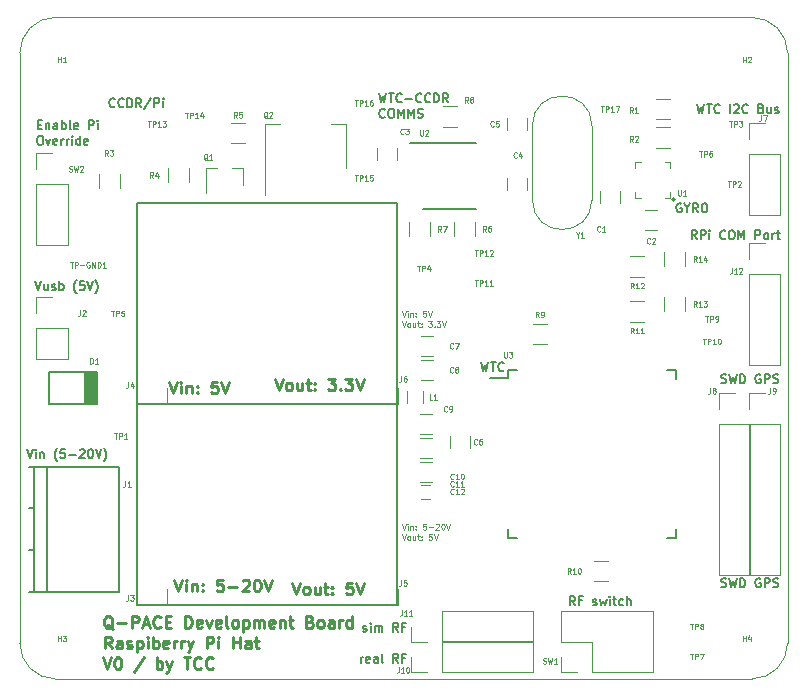
<source format=gbr>
G04 #@! TF.GenerationSoftware,KiCad,Pcbnew,(5.0.2)-1*
G04 #@! TF.CreationDate,2019-04-29T17:38:23-04:00*
G04 #@! TF.ProjectId,QPACE-DevelopmentBoard,51504143-452d-4446-9576-656c6f706d65,rev?*
G04 #@! TF.SameCoordinates,Original*
G04 #@! TF.FileFunction,Legend,Top*
G04 #@! TF.FilePolarity,Positive*
%FSLAX46Y46*%
G04 Gerber Fmt 4.6, Leading zero omitted, Abs format (unit mm)*
G04 Created by KiCad (PCBNEW (5.0.2)-1) date 4/29/2019 5:38:23 PM*
%MOMM*%
%LPD*%
G01*
G04 APERTURE LIST*
%ADD10C,0.187500*%
%ADD11C,0.125000*%
%ADD12C,0.250000*%
%ADD13C,0.150000*%
%ADD14C,0.100000*%
%ADD15C,0.120000*%
%ADD16C,0.127000*%
%ADD17C,0.090000*%
G04 APERTURE END LIST*
D10*
X86581017Y-68339857D02*
X86545303Y-68375571D01*
X86438160Y-68411285D01*
X86366732Y-68411285D01*
X86259589Y-68375571D01*
X86188160Y-68304142D01*
X86152446Y-68232714D01*
X86116732Y-68089857D01*
X86116732Y-67982714D01*
X86152446Y-67839857D01*
X86188160Y-67768428D01*
X86259589Y-67697000D01*
X86366732Y-67661285D01*
X86438160Y-67661285D01*
X86545303Y-67697000D01*
X86581017Y-67732714D01*
X87331017Y-68339857D02*
X87295303Y-68375571D01*
X87188160Y-68411285D01*
X87116732Y-68411285D01*
X87009589Y-68375571D01*
X86938160Y-68304142D01*
X86902446Y-68232714D01*
X86866732Y-68089857D01*
X86866732Y-67982714D01*
X86902446Y-67839857D01*
X86938160Y-67768428D01*
X87009589Y-67697000D01*
X87116732Y-67661285D01*
X87188160Y-67661285D01*
X87295303Y-67697000D01*
X87331017Y-67732714D01*
X87652446Y-68411285D02*
X87652446Y-67661285D01*
X87831017Y-67661285D01*
X87938160Y-67697000D01*
X88009589Y-67768428D01*
X88045303Y-67839857D01*
X88081017Y-67982714D01*
X88081017Y-68089857D01*
X88045303Y-68232714D01*
X88009589Y-68304142D01*
X87938160Y-68375571D01*
X87831017Y-68411285D01*
X87652446Y-68411285D01*
X88831017Y-68411285D02*
X88581017Y-68054142D01*
X88402446Y-68411285D02*
X88402446Y-67661285D01*
X88688160Y-67661285D01*
X88759589Y-67697000D01*
X88795303Y-67732714D01*
X88831017Y-67804142D01*
X88831017Y-67911285D01*
X88795303Y-67982714D01*
X88759589Y-68018428D01*
X88688160Y-68054142D01*
X88402446Y-68054142D01*
X89688160Y-67625571D02*
X89045303Y-68589857D01*
X89938160Y-68411285D02*
X89938160Y-67661285D01*
X90223875Y-67661285D01*
X90295303Y-67697000D01*
X90331017Y-67732714D01*
X90366732Y-67804142D01*
X90366732Y-67911285D01*
X90331017Y-67982714D01*
X90295303Y-68018428D01*
X90223875Y-68054142D01*
X89938160Y-68054142D01*
X90688160Y-68411285D02*
X90688160Y-67911285D01*
X90688160Y-67661285D02*
X90652446Y-67697000D01*
X90688160Y-67732714D01*
X90723875Y-67697000D01*
X90688160Y-67661285D01*
X90688160Y-67732714D01*
D11*
X110872869Y-85648690D02*
X111039535Y-86148690D01*
X111206202Y-85648690D01*
X111372869Y-86148690D02*
X111372869Y-85815357D01*
X111372869Y-85648690D02*
X111349059Y-85672500D01*
X111372869Y-85696309D01*
X111396678Y-85672500D01*
X111372869Y-85648690D01*
X111372869Y-85696309D01*
X111610964Y-85815357D02*
X111610964Y-86148690D01*
X111610964Y-85862976D02*
X111634773Y-85839166D01*
X111682392Y-85815357D01*
X111753821Y-85815357D01*
X111801440Y-85839166D01*
X111825250Y-85886785D01*
X111825250Y-86148690D01*
X112063345Y-86101071D02*
X112087154Y-86124880D01*
X112063345Y-86148690D01*
X112039535Y-86124880D01*
X112063345Y-86101071D01*
X112063345Y-86148690D01*
X112063345Y-85839166D02*
X112087154Y-85862976D01*
X112063345Y-85886785D01*
X112039535Y-85862976D01*
X112063345Y-85839166D01*
X112063345Y-85886785D01*
X112920488Y-85648690D02*
X112682392Y-85648690D01*
X112658583Y-85886785D01*
X112682392Y-85862976D01*
X112730011Y-85839166D01*
X112849059Y-85839166D01*
X112896678Y-85862976D01*
X112920488Y-85886785D01*
X112944297Y-85934404D01*
X112944297Y-86053452D01*
X112920488Y-86101071D01*
X112896678Y-86124880D01*
X112849059Y-86148690D01*
X112730011Y-86148690D01*
X112682392Y-86124880D01*
X112658583Y-86101071D01*
X113087154Y-85648690D02*
X113253821Y-86148690D01*
X113420488Y-85648690D01*
X110872869Y-86523690D02*
X111039535Y-87023690D01*
X111206202Y-86523690D01*
X111444297Y-87023690D02*
X111396678Y-86999880D01*
X111372869Y-86976071D01*
X111349059Y-86928452D01*
X111349059Y-86785595D01*
X111372869Y-86737976D01*
X111396678Y-86714166D01*
X111444297Y-86690357D01*
X111515726Y-86690357D01*
X111563345Y-86714166D01*
X111587154Y-86737976D01*
X111610964Y-86785595D01*
X111610964Y-86928452D01*
X111587154Y-86976071D01*
X111563345Y-86999880D01*
X111515726Y-87023690D01*
X111444297Y-87023690D01*
X112039535Y-86690357D02*
X112039535Y-87023690D01*
X111825250Y-86690357D02*
X111825250Y-86952261D01*
X111849059Y-86999880D01*
X111896678Y-87023690D01*
X111968107Y-87023690D01*
X112015726Y-86999880D01*
X112039535Y-86976071D01*
X112206202Y-86690357D02*
X112396678Y-86690357D01*
X112277630Y-86523690D02*
X112277630Y-86952261D01*
X112301440Y-86999880D01*
X112349059Y-87023690D01*
X112396678Y-87023690D01*
X112563345Y-86976071D02*
X112587154Y-86999880D01*
X112563345Y-87023690D01*
X112539535Y-86999880D01*
X112563345Y-86976071D01*
X112563345Y-87023690D01*
X112563345Y-86714166D02*
X112587154Y-86737976D01*
X112563345Y-86761785D01*
X112539535Y-86737976D01*
X112563345Y-86714166D01*
X112563345Y-86761785D01*
X113134773Y-86523690D02*
X113444297Y-86523690D01*
X113277630Y-86714166D01*
X113349059Y-86714166D01*
X113396678Y-86737976D01*
X113420488Y-86761785D01*
X113444297Y-86809404D01*
X113444297Y-86928452D01*
X113420488Y-86976071D01*
X113396678Y-86999880D01*
X113349059Y-87023690D01*
X113206202Y-87023690D01*
X113158583Y-86999880D01*
X113134773Y-86976071D01*
X113658583Y-86976071D02*
X113682392Y-86999880D01*
X113658583Y-87023690D01*
X113634773Y-86999880D01*
X113658583Y-86976071D01*
X113658583Y-87023690D01*
X113849059Y-86523690D02*
X114158583Y-86523690D01*
X113991916Y-86714166D01*
X114063345Y-86714166D01*
X114110964Y-86737976D01*
X114134773Y-86761785D01*
X114158583Y-86809404D01*
X114158583Y-86928452D01*
X114134773Y-86976071D01*
X114110964Y-86999880D01*
X114063345Y-87023690D01*
X113920488Y-87023690D01*
X113872869Y-86999880D01*
X113849059Y-86976071D01*
X114301440Y-86523690D02*
X114468107Y-87023690D01*
X114634773Y-86523690D01*
X110872869Y-103682690D02*
X111039535Y-104182690D01*
X111206202Y-103682690D01*
X111372869Y-104182690D02*
X111372869Y-103849357D01*
X111372869Y-103682690D02*
X111349059Y-103706500D01*
X111372869Y-103730309D01*
X111396678Y-103706500D01*
X111372869Y-103682690D01*
X111372869Y-103730309D01*
X111610964Y-103849357D02*
X111610964Y-104182690D01*
X111610964Y-103896976D02*
X111634773Y-103873166D01*
X111682392Y-103849357D01*
X111753821Y-103849357D01*
X111801440Y-103873166D01*
X111825250Y-103920785D01*
X111825250Y-104182690D01*
X112063345Y-104135071D02*
X112087154Y-104158880D01*
X112063345Y-104182690D01*
X112039535Y-104158880D01*
X112063345Y-104135071D01*
X112063345Y-104182690D01*
X112063345Y-103873166D02*
X112087154Y-103896976D01*
X112063345Y-103920785D01*
X112039535Y-103896976D01*
X112063345Y-103873166D01*
X112063345Y-103920785D01*
X112920488Y-103682690D02*
X112682392Y-103682690D01*
X112658583Y-103920785D01*
X112682392Y-103896976D01*
X112730011Y-103873166D01*
X112849059Y-103873166D01*
X112896678Y-103896976D01*
X112920488Y-103920785D01*
X112944297Y-103968404D01*
X112944297Y-104087452D01*
X112920488Y-104135071D01*
X112896678Y-104158880D01*
X112849059Y-104182690D01*
X112730011Y-104182690D01*
X112682392Y-104158880D01*
X112658583Y-104135071D01*
X113158583Y-103992214D02*
X113539535Y-103992214D01*
X113753821Y-103730309D02*
X113777630Y-103706500D01*
X113825250Y-103682690D01*
X113944297Y-103682690D01*
X113991916Y-103706500D01*
X114015726Y-103730309D01*
X114039535Y-103777928D01*
X114039535Y-103825547D01*
X114015726Y-103896976D01*
X113730011Y-104182690D01*
X114039535Y-104182690D01*
X114349059Y-103682690D02*
X114396678Y-103682690D01*
X114444297Y-103706500D01*
X114468107Y-103730309D01*
X114491916Y-103777928D01*
X114515726Y-103873166D01*
X114515726Y-103992214D01*
X114491916Y-104087452D01*
X114468107Y-104135071D01*
X114444297Y-104158880D01*
X114396678Y-104182690D01*
X114349059Y-104182690D01*
X114301440Y-104158880D01*
X114277630Y-104135071D01*
X114253821Y-104087452D01*
X114230011Y-103992214D01*
X114230011Y-103873166D01*
X114253821Y-103777928D01*
X114277630Y-103730309D01*
X114301440Y-103706500D01*
X114349059Y-103682690D01*
X114658583Y-103682690D02*
X114825250Y-104182690D01*
X114991916Y-103682690D01*
X110872869Y-104557690D02*
X111039535Y-105057690D01*
X111206202Y-104557690D01*
X111444297Y-105057690D02*
X111396678Y-105033880D01*
X111372869Y-105010071D01*
X111349059Y-104962452D01*
X111349059Y-104819595D01*
X111372869Y-104771976D01*
X111396678Y-104748166D01*
X111444297Y-104724357D01*
X111515726Y-104724357D01*
X111563345Y-104748166D01*
X111587154Y-104771976D01*
X111610964Y-104819595D01*
X111610964Y-104962452D01*
X111587154Y-105010071D01*
X111563345Y-105033880D01*
X111515726Y-105057690D01*
X111444297Y-105057690D01*
X112039535Y-104724357D02*
X112039535Y-105057690D01*
X111825250Y-104724357D02*
X111825250Y-104986261D01*
X111849059Y-105033880D01*
X111896678Y-105057690D01*
X111968107Y-105057690D01*
X112015726Y-105033880D01*
X112039535Y-105010071D01*
X112206202Y-104724357D02*
X112396678Y-104724357D01*
X112277630Y-104557690D02*
X112277630Y-104986261D01*
X112301440Y-105033880D01*
X112349059Y-105057690D01*
X112396678Y-105057690D01*
X112563345Y-105010071D02*
X112587154Y-105033880D01*
X112563345Y-105057690D01*
X112539535Y-105033880D01*
X112563345Y-105010071D01*
X112563345Y-105057690D01*
X112563345Y-104748166D02*
X112587154Y-104771976D01*
X112563345Y-104795785D01*
X112539535Y-104771976D01*
X112563345Y-104748166D01*
X112563345Y-104795785D01*
X113420488Y-104557690D02*
X113182392Y-104557690D01*
X113158583Y-104795785D01*
X113182392Y-104771976D01*
X113230011Y-104748166D01*
X113349059Y-104748166D01*
X113396678Y-104771976D01*
X113420488Y-104795785D01*
X113444297Y-104843404D01*
X113444297Y-104962452D01*
X113420488Y-105010071D01*
X113396678Y-105033880D01*
X113349059Y-105057690D01*
X113230011Y-105057690D01*
X113182392Y-105033880D01*
X113158583Y-105010071D01*
X113587154Y-104557690D02*
X113753821Y-105057690D01*
X113920488Y-104557690D01*
D10*
X134551303Y-76587000D02*
X134479875Y-76551285D01*
X134372732Y-76551285D01*
X134265589Y-76587000D01*
X134194160Y-76658428D01*
X134158446Y-76729857D01*
X134122732Y-76872714D01*
X134122732Y-76979857D01*
X134158446Y-77122714D01*
X134194160Y-77194142D01*
X134265589Y-77265571D01*
X134372732Y-77301285D01*
X134444160Y-77301285D01*
X134551303Y-77265571D01*
X134587017Y-77229857D01*
X134587017Y-76979857D01*
X134444160Y-76979857D01*
X135051303Y-76944142D02*
X135051303Y-77301285D01*
X134801303Y-76551285D02*
X135051303Y-76944142D01*
X135301303Y-76551285D01*
X135979875Y-77301285D02*
X135729875Y-76944142D01*
X135551303Y-77301285D02*
X135551303Y-76551285D01*
X135837017Y-76551285D01*
X135908446Y-76587000D01*
X135944160Y-76622714D01*
X135979875Y-76694142D01*
X135979875Y-76801285D01*
X135944160Y-76872714D01*
X135908446Y-76908428D01*
X135837017Y-76944142D01*
X135551303Y-76944142D01*
X136444160Y-76551285D02*
X136587017Y-76551285D01*
X136658446Y-76587000D01*
X136729875Y-76658428D01*
X136765589Y-76801285D01*
X136765589Y-77051285D01*
X136729875Y-77194142D01*
X136658446Y-77265571D01*
X136587017Y-77301285D01*
X136444160Y-77301285D01*
X136372732Y-77265571D01*
X136301303Y-77194142D01*
X136265589Y-77051285D01*
X136265589Y-76801285D01*
X136301303Y-76658428D01*
X136372732Y-76587000D01*
X136444160Y-76551285D01*
X108941017Y-67259035D02*
X109119589Y-68009035D01*
X109262446Y-67473321D01*
X109405303Y-68009035D01*
X109583875Y-67259035D01*
X109762446Y-67259035D02*
X110191017Y-67259035D01*
X109976732Y-68009035D02*
X109976732Y-67259035D01*
X110869589Y-67937607D02*
X110833875Y-67973321D01*
X110726732Y-68009035D01*
X110655303Y-68009035D01*
X110548160Y-67973321D01*
X110476732Y-67901892D01*
X110441017Y-67830464D01*
X110405303Y-67687607D01*
X110405303Y-67580464D01*
X110441017Y-67437607D01*
X110476732Y-67366178D01*
X110548160Y-67294750D01*
X110655303Y-67259035D01*
X110726732Y-67259035D01*
X110833875Y-67294750D01*
X110869589Y-67330464D01*
X111191017Y-67723321D02*
X111762446Y-67723321D01*
X112548160Y-67937607D02*
X112512446Y-67973321D01*
X112405303Y-68009035D01*
X112333875Y-68009035D01*
X112226732Y-67973321D01*
X112155303Y-67901892D01*
X112119589Y-67830464D01*
X112083875Y-67687607D01*
X112083875Y-67580464D01*
X112119589Y-67437607D01*
X112155303Y-67366178D01*
X112226732Y-67294750D01*
X112333875Y-67259035D01*
X112405303Y-67259035D01*
X112512446Y-67294750D01*
X112548160Y-67330464D01*
X113298160Y-67937607D02*
X113262446Y-67973321D01*
X113155303Y-68009035D01*
X113083875Y-68009035D01*
X112976732Y-67973321D01*
X112905303Y-67901892D01*
X112869589Y-67830464D01*
X112833875Y-67687607D01*
X112833875Y-67580464D01*
X112869589Y-67437607D01*
X112905303Y-67366178D01*
X112976732Y-67294750D01*
X113083875Y-67259035D01*
X113155303Y-67259035D01*
X113262446Y-67294750D01*
X113298160Y-67330464D01*
X113619589Y-68009035D02*
X113619589Y-67259035D01*
X113798160Y-67259035D01*
X113905303Y-67294750D01*
X113976732Y-67366178D01*
X114012446Y-67437607D01*
X114048160Y-67580464D01*
X114048160Y-67687607D01*
X114012446Y-67830464D01*
X113976732Y-67901892D01*
X113905303Y-67973321D01*
X113798160Y-68009035D01*
X113619589Y-68009035D01*
X114798160Y-68009035D02*
X114548160Y-67651892D01*
X114369589Y-68009035D02*
X114369589Y-67259035D01*
X114655303Y-67259035D01*
X114726732Y-67294750D01*
X114762446Y-67330464D01*
X114798160Y-67401892D01*
X114798160Y-67509035D01*
X114762446Y-67580464D01*
X114726732Y-67616178D01*
X114655303Y-67651892D01*
X114369589Y-67651892D01*
X109441017Y-69250107D02*
X109405303Y-69285821D01*
X109298160Y-69321535D01*
X109226732Y-69321535D01*
X109119589Y-69285821D01*
X109048160Y-69214392D01*
X109012446Y-69142964D01*
X108976732Y-69000107D01*
X108976732Y-68892964D01*
X109012446Y-68750107D01*
X109048160Y-68678678D01*
X109119589Y-68607250D01*
X109226732Y-68571535D01*
X109298160Y-68571535D01*
X109405303Y-68607250D01*
X109441017Y-68642964D01*
X109905303Y-68571535D02*
X110048160Y-68571535D01*
X110119589Y-68607250D01*
X110191017Y-68678678D01*
X110226732Y-68821535D01*
X110226732Y-69071535D01*
X110191017Y-69214392D01*
X110119589Y-69285821D01*
X110048160Y-69321535D01*
X109905303Y-69321535D01*
X109833875Y-69285821D01*
X109762446Y-69214392D01*
X109726732Y-69071535D01*
X109726732Y-68821535D01*
X109762446Y-68678678D01*
X109833875Y-68607250D01*
X109905303Y-68571535D01*
X110548160Y-69321535D02*
X110548160Y-68571535D01*
X110798160Y-69107250D01*
X111048160Y-68571535D01*
X111048160Y-69321535D01*
X111405303Y-69321535D02*
X111405303Y-68571535D01*
X111655303Y-69107250D01*
X111905303Y-68571535D01*
X111905303Y-69321535D01*
X112226732Y-69285821D02*
X112333875Y-69321535D01*
X112512446Y-69321535D01*
X112583875Y-69285821D01*
X112619589Y-69250107D01*
X112655303Y-69178678D01*
X112655303Y-69107250D01*
X112619589Y-69035821D01*
X112583875Y-69000107D01*
X112512446Y-68964392D01*
X112369589Y-68928678D01*
X112298160Y-68892964D01*
X112262446Y-68857250D01*
X112226732Y-68785821D01*
X112226732Y-68714392D01*
X112262446Y-68642964D01*
X112298160Y-68607250D01*
X112369589Y-68571535D01*
X112548160Y-68571535D01*
X112655303Y-68607250D01*
X117577017Y-90013285D02*
X117755589Y-90763285D01*
X117898446Y-90227571D01*
X118041303Y-90763285D01*
X118219875Y-90013285D01*
X118398446Y-90013285D02*
X118827017Y-90013285D01*
X118612732Y-90763285D02*
X118612732Y-90013285D01*
X119505589Y-90691857D02*
X119469875Y-90727571D01*
X119362732Y-90763285D01*
X119291303Y-90763285D01*
X119184160Y-90727571D01*
X119112732Y-90656142D01*
X119077017Y-90584714D01*
X119041303Y-90441857D01*
X119041303Y-90334714D01*
X119077017Y-90191857D01*
X119112732Y-90120428D01*
X119184160Y-90049000D01*
X119291303Y-90013285D01*
X119362732Y-90013285D01*
X119469875Y-90049000D01*
X119505589Y-90084714D01*
X125576982Y-110575285D02*
X125326982Y-110218142D01*
X125148410Y-110575285D02*
X125148410Y-109825285D01*
X125434125Y-109825285D01*
X125505553Y-109861000D01*
X125541267Y-109896714D01*
X125576982Y-109968142D01*
X125576982Y-110075285D01*
X125541267Y-110146714D01*
X125505553Y-110182428D01*
X125434125Y-110218142D01*
X125148410Y-110218142D01*
X126148410Y-110182428D02*
X125898410Y-110182428D01*
X125898410Y-110575285D02*
X125898410Y-109825285D01*
X126255553Y-109825285D01*
X127076982Y-110539571D02*
X127148410Y-110575285D01*
X127291267Y-110575285D01*
X127362696Y-110539571D01*
X127398410Y-110468142D01*
X127398410Y-110432428D01*
X127362696Y-110361000D01*
X127291267Y-110325285D01*
X127184125Y-110325285D01*
X127112696Y-110289571D01*
X127076982Y-110218142D01*
X127076982Y-110182428D01*
X127112696Y-110111000D01*
X127184125Y-110075285D01*
X127291267Y-110075285D01*
X127362696Y-110111000D01*
X127648410Y-110075285D02*
X127791267Y-110575285D01*
X127934125Y-110218142D01*
X128076982Y-110575285D01*
X128219839Y-110075285D01*
X128505553Y-110575285D02*
X128505553Y-110075285D01*
X128505553Y-109825285D02*
X128469839Y-109861000D01*
X128505553Y-109896714D01*
X128541267Y-109861000D01*
X128505553Y-109825285D01*
X128505553Y-109896714D01*
X128755553Y-110075285D02*
X129041267Y-110075285D01*
X128862696Y-109825285D02*
X128862696Y-110468142D01*
X128898410Y-110539571D01*
X128969839Y-110575285D01*
X129041267Y-110575285D01*
X129612696Y-110539571D02*
X129541267Y-110575285D01*
X129398410Y-110575285D01*
X129326982Y-110539571D01*
X129291267Y-110503857D01*
X129255553Y-110432428D01*
X129255553Y-110218142D01*
X129291267Y-110146714D01*
X129326982Y-110111000D01*
X129398410Y-110075285D01*
X129541267Y-110075285D01*
X129612696Y-110111000D01*
X129934125Y-110575285D02*
X129934125Y-109825285D01*
X130255553Y-110575285D02*
X130255553Y-110182428D01*
X130219839Y-110111000D01*
X130148410Y-110075285D01*
X130041267Y-110075285D01*
X129969839Y-110111000D01*
X129934125Y-110146714D01*
X79139285Y-97379285D02*
X79389285Y-98129285D01*
X79639285Y-97379285D01*
X79889285Y-98129285D02*
X79889285Y-97629285D01*
X79889285Y-97379285D02*
X79853571Y-97415000D01*
X79889285Y-97450714D01*
X79925000Y-97415000D01*
X79889285Y-97379285D01*
X79889285Y-97450714D01*
X80246428Y-97629285D02*
X80246428Y-98129285D01*
X80246428Y-97700714D02*
X80282142Y-97665000D01*
X80353571Y-97629285D01*
X80460714Y-97629285D01*
X80532142Y-97665000D01*
X80567857Y-97736428D01*
X80567857Y-98129285D01*
X81710714Y-98415000D02*
X81675000Y-98379285D01*
X81603571Y-98272142D01*
X81567857Y-98200714D01*
X81532142Y-98093571D01*
X81496428Y-97915000D01*
X81496428Y-97772142D01*
X81532142Y-97593571D01*
X81567857Y-97486428D01*
X81603571Y-97415000D01*
X81675000Y-97307857D01*
X81710714Y-97272142D01*
X82353571Y-97379285D02*
X81996428Y-97379285D01*
X81960714Y-97736428D01*
X81996428Y-97700714D01*
X82067857Y-97665000D01*
X82246428Y-97665000D01*
X82317857Y-97700714D01*
X82353571Y-97736428D01*
X82389285Y-97807857D01*
X82389285Y-97986428D01*
X82353571Y-98057857D01*
X82317857Y-98093571D01*
X82246428Y-98129285D01*
X82067857Y-98129285D01*
X81996428Y-98093571D01*
X81960714Y-98057857D01*
X82710714Y-97843571D02*
X83282142Y-97843571D01*
X83603571Y-97450714D02*
X83639285Y-97415000D01*
X83710714Y-97379285D01*
X83889285Y-97379285D01*
X83960714Y-97415000D01*
X83996428Y-97450714D01*
X84032142Y-97522142D01*
X84032142Y-97593571D01*
X83996428Y-97700714D01*
X83567857Y-98129285D01*
X84032142Y-98129285D01*
X84496428Y-97379285D02*
X84567857Y-97379285D01*
X84639285Y-97415000D01*
X84675000Y-97450714D01*
X84710714Y-97522142D01*
X84746428Y-97665000D01*
X84746428Y-97843571D01*
X84710714Y-97986428D01*
X84675000Y-98057857D01*
X84639285Y-98093571D01*
X84567857Y-98129285D01*
X84496428Y-98129285D01*
X84425000Y-98093571D01*
X84389285Y-98057857D01*
X84353571Y-97986428D01*
X84317857Y-97843571D01*
X84317857Y-97665000D01*
X84353571Y-97522142D01*
X84389285Y-97450714D01*
X84425000Y-97415000D01*
X84496428Y-97379285D01*
X84960714Y-97379285D02*
X85210714Y-98129285D01*
X85460714Y-97379285D01*
X85639285Y-98415000D02*
X85675000Y-98379285D01*
X85746428Y-98272142D01*
X85782142Y-98200714D01*
X85817857Y-98093571D01*
X85853571Y-97915000D01*
X85853571Y-97772142D01*
X85817857Y-97593571D01*
X85782142Y-97486428D01*
X85746428Y-97415000D01*
X85675000Y-97307857D01*
X85639285Y-97272142D01*
X80056446Y-69902178D02*
X80306446Y-69902178D01*
X80413589Y-70295035D02*
X80056446Y-70295035D01*
X80056446Y-69545035D01*
X80413589Y-69545035D01*
X80735017Y-69795035D02*
X80735017Y-70295035D01*
X80735017Y-69866464D02*
X80770732Y-69830750D01*
X80842160Y-69795035D01*
X80949303Y-69795035D01*
X81020732Y-69830750D01*
X81056446Y-69902178D01*
X81056446Y-70295035D01*
X81735017Y-70295035D02*
X81735017Y-69902178D01*
X81699303Y-69830750D01*
X81627875Y-69795035D01*
X81485017Y-69795035D01*
X81413589Y-69830750D01*
X81735017Y-70259321D02*
X81663589Y-70295035D01*
X81485017Y-70295035D01*
X81413589Y-70259321D01*
X81377875Y-70187892D01*
X81377875Y-70116464D01*
X81413589Y-70045035D01*
X81485017Y-70009321D01*
X81663589Y-70009321D01*
X81735017Y-69973607D01*
X82092160Y-70295035D02*
X82092160Y-69545035D01*
X82092160Y-69830750D02*
X82163589Y-69795035D01*
X82306446Y-69795035D01*
X82377875Y-69830750D01*
X82413589Y-69866464D01*
X82449303Y-69937892D01*
X82449303Y-70152178D01*
X82413589Y-70223607D01*
X82377875Y-70259321D01*
X82306446Y-70295035D01*
X82163589Y-70295035D01*
X82092160Y-70259321D01*
X82877875Y-70295035D02*
X82806446Y-70259321D01*
X82770732Y-70187892D01*
X82770732Y-69545035D01*
X83449303Y-70259321D02*
X83377875Y-70295035D01*
X83235017Y-70295035D01*
X83163589Y-70259321D01*
X83127875Y-70187892D01*
X83127875Y-69902178D01*
X83163589Y-69830750D01*
X83235017Y-69795035D01*
X83377875Y-69795035D01*
X83449303Y-69830750D01*
X83485017Y-69902178D01*
X83485017Y-69973607D01*
X83127875Y-70045035D01*
X84377875Y-70295035D02*
X84377875Y-69545035D01*
X84663589Y-69545035D01*
X84735017Y-69580750D01*
X84770732Y-69616464D01*
X84806446Y-69687892D01*
X84806446Y-69795035D01*
X84770732Y-69866464D01*
X84735017Y-69902178D01*
X84663589Y-69937892D01*
X84377875Y-69937892D01*
X85127875Y-70295035D02*
X85127875Y-69795035D01*
X85127875Y-69545035D02*
X85092160Y-69580750D01*
X85127875Y-69616464D01*
X85163589Y-69580750D01*
X85127875Y-69545035D01*
X85127875Y-69616464D01*
X80199303Y-70857535D02*
X80342160Y-70857535D01*
X80413589Y-70893250D01*
X80485017Y-70964678D01*
X80520732Y-71107535D01*
X80520732Y-71357535D01*
X80485017Y-71500392D01*
X80413589Y-71571821D01*
X80342160Y-71607535D01*
X80199303Y-71607535D01*
X80127875Y-71571821D01*
X80056446Y-71500392D01*
X80020732Y-71357535D01*
X80020732Y-71107535D01*
X80056446Y-70964678D01*
X80127875Y-70893250D01*
X80199303Y-70857535D01*
X80770732Y-71107535D02*
X80949303Y-71607535D01*
X81127875Y-71107535D01*
X81699303Y-71571821D02*
X81627875Y-71607535D01*
X81485017Y-71607535D01*
X81413589Y-71571821D01*
X81377875Y-71500392D01*
X81377875Y-71214678D01*
X81413589Y-71143250D01*
X81485017Y-71107535D01*
X81627875Y-71107535D01*
X81699303Y-71143250D01*
X81735017Y-71214678D01*
X81735017Y-71286107D01*
X81377875Y-71357535D01*
X82056446Y-71607535D02*
X82056446Y-71107535D01*
X82056446Y-71250392D02*
X82092160Y-71178964D01*
X82127875Y-71143250D01*
X82199303Y-71107535D01*
X82270732Y-71107535D01*
X82520732Y-71607535D02*
X82520732Y-71107535D01*
X82520732Y-71250392D02*
X82556446Y-71178964D01*
X82592160Y-71143250D01*
X82663589Y-71107535D01*
X82735017Y-71107535D01*
X82985017Y-71607535D02*
X82985017Y-71107535D01*
X82985017Y-70857535D02*
X82949303Y-70893250D01*
X82985017Y-70928964D01*
X83020732Y-70893250D01*
X82985017Y-70857535D01*
X82985017Y-70928964D01*
X83663589Y-71607535D02*
X83663589Y-70857535D01*
X83663589Y-71571821D02*
X83592160Y-71607535D01*
X83449303Y-71607535D01*
X83377875Y-71571821D01*
X83342160Y-71536107D01*
X83306446Y-71464678D01*
X83306446Y-71250392D01*
X83342160Y-71178964D01*
X83377875Y-71143250D01*
X83449303Y-71107535D01*
X83592160Y-71107535D01*
X83663589Y-71143250D01*
X84306446Y-71571821D02*
X84235017Y-71607535D01*
X84092160Y-71607535D01*
X84020732Y-71571821D01*
X83985017Y-71500392D01*
X83985017Y-71214678D01*
X84020732Y-71143250D01*
X84092160Y-71107535D01*
X84235017Y-71107535D01*
X84306446Y-71143250D01*
X84342160Y-71214678D01*
X84342160Y-71286107D01*
X83985017Y-71357535D01*
X79853571Y-83155285D02*
X80103571Y-83905285D01*
X80353571Y-83155285D01*
X80925000Y-83405285D02*
X80925000Y-83905285D01*
X80603571Y-83405285D02*
X80603571Y-83798142D01*
X80639285Y-83869571D01*
X80710714Y-83905285D01*
X80817857Y-83905285D01*
X80889285Y-83869571D01*
X80925000Y-83833857D01*
X81246428Y-83869571D02*
X81317857Y-83905285D01*
X81460714Y-83905285D01*
X81532142Y-83869571D01*
X81567857Y-83798142D01*
X81567857Y-83762428D01*
X81532142Y-83691000D01*
X81460714Y-83655285D01*
X81353571Y-83655285D01*
X81282142Y-83619571D01*
X81246428Y-83548142D01*
X81246428Y-83512428D01*
X81282142Y-83441000D01*
X81353571Y-83405285D01*
X81460714Y-83405285D01*
X81532142Y-83441000D01*
X81889285Y-83905285D02*
X81889285Y-83155285D01*
X81889285Y-83441000D02*
X81960714Y-83405285D01*
X82103571Y-83405285D01*
X82175000Y-83441000D01*
X82210714Y-83476714D01*
X82246428Y-83548142D01*
X82246428Y-83762428D01*
X82210714Y-83833857D01*
X82175000Y-83869571D01*
X82103571Y-83905285D01*
X81960714Y-83905285D01*
X81889285Y-83869571D01*
X83353571Y-84191000D02*
X83317857Y-84155285D01*
X83246428Y-84048142D01*
X83210714Y-83976714D01*
X83175000Y-83869571D01*
X83139285Y-83691000D01*
X83139285Y-83548142D01*
X83175000Y-83369571D01*
X83210714Y-83262428D01*
X83246428Y-83191000D01*
X83317857Y-83083857D01*
X83353571Y-83048142D01*
X83996428Y-83155285D02*
X83639285Y-83155285D01*
X83603571Y-83512428D01*
X83639285Y-83476714D01*
X83710714Y-83441000D01*
X83889285Y-83441000D01*
X83960714Y-83476714D01*
X83996428Y-83512428D01*
X84032142Y-83583857D01*
X84032142Y-83762428D01*
X83996428Y-83833857D01*
X83960714Y-83869571D01*
X83889285Y-83905285D01*
X83710714Y-83905285D01*
X83639285Y-83869571D01*
X83603571Y-83833857D01*
X84246428Y-83155285D02*
X84496428Y-83905285D01*
X84746428Y-83155285D01*
X84925000Y-84191000D02*
X84960714Y-84155285D01*
X85032142Y-84048142D01*
X85067857Y-83976714D01*
X85103571Y-83869571D01*
X85139285Y-83691000D01*
X85139285Y-83548142D01*
X85103571Y-83369571D01*
X85067857Y-83262428D01*
X85032142Y-83191000D01*
X84960714Y-83083857D01*
X84925000Y-83048142D01*
X107598410Y-112783071D02*
X107669839Y-112818785D01*
X107812696Y-112818785D01*
X107884125Y-112783071D01*
X107919839Y-112711642D01*
X107919839Y-112675928D01*
X107884125Y-112604500D01*
X107812696Y-112568785D01*
X107705553Y-112568785D01*
X107634125Y-112533071D01*
X107598410Y-112461642D01*
X107598410Y-112425928D01*
X107634125Y-112354500D01*
X107705553Y-112318785D01*
X107812696Y-112318785D01*
X107884125Y-112354500D01*
X108241267Y-112818785D02*
X108241267Y-112318785D01*
X108241267Y-112068785D02*
X108205553Y-112104500D01*
X108241267Y-112140214D01*
X108276982Y-112104500D01*
X108241267Y-112068785D01*
X108241267Y-112140214D01*
X108598410Y-112818785D02*
X108598410Y-112318785D01*
X108598410Y-112390214D02*
X108634125Y-112354500D01*
X108705553Y-112318785D01*
X108812696Y-112318785D01*
X108884125Y-112354500D01*
X108919839Y-112425928D01*
X108919839Y-112818785D01*
X108919839Y-112425928D02*
X108955553Y-112354500D01*
X109026982Y-112318785D01*
X109134125Y-112318785D01*
X109205553Y-112354500D01*
X109241267Y-112425928D01*
X109241267Y-112818785D01*
X110598410Y-112818785D02*
X110348410Y-112461642D01*
X110169839Y-112818785D02*
X110169839Y-112068785D01*
X110455553Y-112068785D01*
X110526982Y-112104500D01*
X110562696Y-112140214D01*
X110598410Y-112211642D01*
X110598410Y-112318785D01*
X110562696Y-112390214D01*
X110526982Y-112425928D01*
X110455553Y-112461642D01*
X110169839Y-112461642D01*
X111169839Y-112425928D02*
X110919839Y-112425928D01*
X110919839Y-112818785D02*
X110919839Y-112068785D01*
X111276982Y-112068785D01*
X107419839Y-115443785D02*
X107419839Y-114943785D01*
X107419839Y-115086642D02*
X107455553Y-115015214D01*
X107491267Y-114979500D01*
X107562696Y-114943785D01*
X107634125Y-114943785D01*
X108169839Y-115408071D02*
X108098410Y-115443785D01*
X107955553Y-115443785D01*
X107884125Y-115408071D01*
X107848410Y-115336642D01*
X107848410Y-115050928D01*
X107884125Y-114979500D01*
X107955553Y-114943785D01*
X108098410Y-114943785D01*
X108169839Y-114979500D01*
X108205553Y-115050928D01*
X108205553Y-115122357D01*
X107848410Y-115193785D01*
X108848410Y-115443785D02*
X108848410Y-115050928D01*
X108812696Y-114979500D01*
X108741267Y-114943785D01*
X108598410Y-114943785D01*
X108526982Y-114979500D01*
X108848410Y-115408071D02*
X108776982Y-115443785D01*
X108598410Y-115443785D01*
X108526982Y-115408071D01*
X108491267Y-115336642D01*
X108491267Y-115265214D01*
X108526982Y-115193785D01*
X108598410Y-115158071D01*
X108776982Y-115158071D01*
X108848410Y-115122357D01*
X109312696Y-115443785D02*
X109241267Y-115408071D01*
X109205553Y-115336642D01*
X109205553Y-114693785D01*
X110598410Y-115443785D02*
X110348410Y-115086642D01*
X110169839Y-115443785D02*
X110169839Y-114693785D01*
X110455553Y-114693785D01*
X110526982Y-114729500D01*
X110562696Y-114765214D01*
X110598410Y-114836642D01*
X110598410Y-114943785D01*
X110562696Y-115015214D01*
X110526982Y-115050928D01*
X110455553Y-115086642D01*
X110169839Y-115086642D01*
X111169839Y-115050928D02*
X110919839Y-115050928D01*
X110919839Y-115443785D02*
X110919839Y-114693785D01*
X111276982Y-114693785D01*
X137932732Y-109015571D02*
X138039875Y-109051285D01*
X138218446Y-109051285D01*
X138289875Y-109015571D01*
X138325589Y-108979857D01*
X138361303Y-108908428D01*
X138361303Y-108837000D01*
X138325589Y-108765571D01*
X138289875Y-108729857D01*
X138218446Y-108694142D01*
X138075589Y-108658428D01*
X138004160Y-108622714D01*
X137968446Y-108587000D01*
X137932732Y-108515571D01*
X137932732Y-108444142D01*
X137968446Y-108372714D01*
X138004160Y-108337000D01*
X138075589Y-108301285D01*
X138254160Y-108301285D01*
X138361303Y-108337000D01*
X138611303Y-108301285D02*
X138789875Y-109051285D01*
X138932732Y-108515571D01*
X139075589Y-109051285D01*
X139254160Y-108301285D01*
X139539875Y-109051285D02*
X139539875Y-108301285D01*
X139718446Y-108301285D01*
X139825589Y-108337000D01*
X139897017Y-108408428D01*
X139932732Y-108479857D01*
X139968446Y-108622714D01*
X139968446Y-108729857D01*
X139932732Y-108872714D01*
X139897017Y-108944142D01*
X139825589Y-109015571D01*
X139718446Y-109051285D01*
X139539875Y-109051285D01*
X141254160Y-108337000D02*
X141182732Y-108301285D01*
X141075589Y-108301285D01*
X140968446Y-108337000D01*
X140897017Y-108408428D01*
X140861303Y-108479857D01*
X140825589Y-108622714D01*
X140825589Y-108729857D01*
X140861303Y-108872714D01*
X140897017Y-108944142D01*
X140968446Y-109015571D01*
X141075589Y-109051285D01*
X141147017Y-109051285D01*
X141254160Y-109015571D01*
X141289875Y-108979857D01*
X141289875Y-108729857D01*
X141147017Y-108729857D01*
X141611303Y-109051285D02*
X141611303Y-108301285D01*
X141897017Y-108301285D01*
X141968446Y-108337000D01*
X142004160Y-108372714D01*
X142039875Y-108444142D01*
X142039875Y-108551285D01*
X142004160Y-108622714D01*
X141968446Y-108658428D01*
X141897017Y-108694142D01*
X141611303Y-108694142D01*
X142325589Y-109015571D02*
X142432732Y-109051285D01*
X142611303Y-109051285D01*
X142682732Y-109015571D01*
X142718446Y-108979857D01*
X142754160Y-108908428D01*
X142754160Y-108837000D01*
X142718446Y-108765571D01*
X142682732Y-108729857D01*
X142611303Y-108694142D01*
X142468446Y-108658428D01*
X142397017Y-108622714D01*
X142361303Y-108587000D01*
X142325589Y-108515571D01*
X142325589Y-108444142D01*
X142361303Y-108372714D01*
X142397017Y-108337000D01*
X142468446Y-108301285D01*
X142647017Y-108301285D01*
X142754160Y-108337000D01*
X137932732Y-91743571D02*
X138039875Y-91779285D01*
X138218446Y-91779285D01*
X138289875Y-91743571D01*
X138325589Y-91707857D01*
X138361303Y-91636428D01*
X138361303Y-91565000D01*
X138325589Y-91493571D01*
X138289875Y-91457857D01*
X138218446Y-91422142D01*
X138075589Y-91386428D01*
X138004160Y-91350714D01*
X137968446Y-91315000D01*
X137932732Y-91243571D01*
X137932732Y-91172142D01*
X137968446Y-91100714D01*
X138004160Y-91065000D01*
X138075589Y-91029285D01*
X138254160Y-91029285D01*
X138361303Y-91065000D01*
X138611303Y-91029285D02*
X138789875Y-91779285D01*
X138932732Y-91243571D01*
X139075589Y-91779285D01*
X139254160Y-91029285D01*
X139539875Y-91779285D02*
X139539875Y-91029285D01*
X139718446Y-91029285D01*
X139825589Y-91065000D01*
X139897017Y-91136428D01*
X139932732Y-91207857D01*
X139968446Y-91350714D01*
X139968446Y-91457857D01*
X139932732Y-91600714D01*
X139897017Y-91672142D01*
X139825589Y-91743571D01*
X139718446Y-91779285D01*
X139539875Y-91779285D01*
X141254160Y-91065000D02*
X141182732Y-91029285D01*
X141075589Y-91029285D01*
X140968446Y-91065000D01*
X140897017Y-91136428D01*
X140861303Y-91207857D01*
X140825589Y-91350714D01*
X140825589Y-91457857D01*
X140861303Y-91600714D01*
X140897017Y-91672142D01*
X140968446Y-91743571D01*
X141075589Y-91779285D01*
X141147017Y-91779285D01*
X141254160Y-91743571D01*
X141289875Y-91707857D01*
X141289875Y-91457857D01*
X141147017Y-91457857D01*
X141611303Y-91779285D02*
X141611303Y-91029285D01*
X141897017Y-91029285D01*
X141968446Y-91065000D01*
X142004160Y-91100714D01*
X142039875Y-91172142D01*
X142039875Y-91279285D01*
X142004160Y-91350714D01*
X141968446Y-91386428D01*
X141897017Y-91422142D01*
X141611303Y-91422142D01*
X142325589Y-91743571D02*
X142432732Y-91779285D01*
X142611303Y-91779285D01*
X142682732Y-91743571D01*
X142718446Y-91707857D01*
X142754160Y-91636428D01*
X142754160Y-91565000D01*
X142718446Y-91493571D01*
X142682732Y-91457857D01*
X142611303Y-91422142D01*
X142468446Y-91386428D01*
X142397017Y-91350714D01*
X142361303Y-91315000D01*
X142325589Y-91243571D01*
X142325589Y-91172142D01*
X142361303Y-91100714D01*
X142397017Y-91065000D01*
X142468446Y-91029285D01*
X142647017Y-91029285D01*
X142754160Y-91065000D01*
X135857017Y-79587285D02*
X135607017Y-79230142D01*
X135428446Y-79587285D02*
X135428446Y-78837285D01*
X135714160Y-78837285D01*
X135785589Y-78873000D01*
X135821303Y-78908714D01*
X135857017Y-78980142D01*
X135857017Y-79087285D01*
X135821303Y-79158714D01*
X135785589Y-79194428D01*
X135714160Y-79230142D01*
X135428446Y-79230142D01*
X136178446Y-79587285D02*
X136178446Y-78837285D01*
X136464160Y-78837285D01*
X136535589Y-78873000D01*
X136571303Y-78908714D01*
X136607017Y-78980142D01*
X136607017Y-79087285D01*
X136571303Y-79158714D01*
X136535589Y-79194428D01*
X136464160Y-79230142D01*
X136178446Y-79230142D01*
X136928446Y-79587285D02*
X136928446Y-79087285D01*
X136928446Y-78837285D02*
X136892732Y-78873000D01*
X136928446Y-78908714D01*
X136964160Y-78873000D01*
X136928446Y-78837285D01*
X136928446Y-78908714D01*
X138285589Y-79515857D02*
X138249875Y-79551571D01*
X138142732Y-79587285D01*
X138071303Y-79587285D01*
X137964160Y-79551571D01*
X137892732Y-79480142D01*
X137857017Y-79408714D01*
X137821303Y-79265857D01*
X137821303Y-79158714D01*
X137857017Y-79015857D01*
X137892732Y-78944428D01*
X137964160Y-78873000D01*
X138071303Y-78837285D01*
X138142732Y-78837285D01*
X138249875Y-78873000D01*
X138285589Y-78908714D01*
X138749875Y-78837285D02*
X138892732Y-78837285D01*
X138964160Y-78873000D01*
X139035589Y-78944428D01*
X139071303Y-79087285D01*
X139071303Y-79337285D01*
X139035589Y-79480142D01*
X138964160Y-79551571D01*
X138892732Y-79587285D01*
X138749875Y-79587285D01*
X138678446Y-79551571D01*
X138607017Y-79480142D01*
X138571303Y-79337285D01*
X138571303Y-79087285D01*
X138607017Y-78944428D01*
X138678446Y-78873000D01*
X138749875Y-78837285D01*
X139392732Y-79587285D02*
X139392732Y-78837285D01*
X139642732Y-79373000D01*
X139892732Y-78837285D01*
X139892732Y-79587285D01*
X140821303Y-79587285D02*
X140821303Y-78837285D01*
X141107017Y-78837285D01*
X141178446Y-78873000D01*
X141214160Y-78908714D01*
X141249875Y-78980142D01*
X141249875Y-79087285D01*
X141214160Y-79158714D01*
X141178446Y-79194428D01*
X141107017Y-79230142D01*
X140821303Y-79230142D01*
X141678446Y-79587285D02*
X141607017Y-79551571D01*
X141571303Y-79515857D01*
X141535589Y-79444428D01*
X141535589Y-79230142D01*
X141571303Y-79158714D01*
X141607017Y-79123000D01*
X141678446Y-79087285D01*
X141785589Y-79087285D01*
X141857017Y-79123000D01*
X141892732Y-79158714D01*
X141928446Y-79230142D01*
X141928446Y-79444428D01*
X141892732Y-79515857D01*
X141857017Y-79551571D01*
X141785589Y-79587285D01*
X141678446Y-79587285D01*
X142249875Y-79587285D02*
X142249875Y-79087285D01*
X142249875Y-79230142D02*
X142285589Y-79158714D01*
X142321303Y-79123000D01*
X142392732Y-79087285D01*
X142464160Y-79087285D01*
X142607017Y-79087285D02*
X142892732Y-79087285D01*
X142714160Y-78837285D02*
X142714160Y-79480142D01*
X142749875Y-79551571D01*
X142821303Y-79587285D01*
X142892732Y-79587285D01*
X135865017Y-68169285D02*
X136043589Y-68919285D01*
X136186446Y-68383571D01*
X136329303Y-68919285D01*
X136507875Y-68169285D01*
X136686446Y-68169285D02*
X137115017Y-68169285D01*
X136900732Y-68919285D02*
X136900732Y-68169285D01*
X137793589Y-68847857D02*
X137757875Y-68883571D01*
X137650732Y-68919285D01*
X137579303Y-68919285D01*
X137472160Y-68883571D01*
X137400732Y-68812142D01*
X137365017Y-68740714D01*
X137329303Y-68597857D01*
X137329303Y-68490714D01*
X137365017Y-68347857D01*
X137400732Y-68276428D01*
X137472160Y-68205000D01*
X137579303Y-68169285D01*
X137650732Y-68169285D01*
X137757875Y-68205000D01*
X137793589Y-68240714D01*
X138686446Y-68919285D02*
X138686446Y-68169285D01*
X139007875Y-68240714D02*
X139043589Y-68205000D01*
X139115017Y-68169285D01*
X139293589Y-68169285D01*
X139365017Y-68205000D01*
X139400732Y-68240714D01*
X139436446Y-68312142D01*
X139436446Y-68383571D01*
X139400732Y-68490714D01*
X138972160Y-68919285D01*
X139436446Y-68919285D01*
X140186446Y-68847857D02*
X140150732Y-68883571D01*
X140043589Y-68919285D01*
X139972160Y-68919285D01*
X139865017Y-68883571D01*
X139793589Y-68812142D01*
X139757875Y-68740714D01*
X139722160Y-68597857D01*
X139722160Y-68490714D01*
X139757875Y-68347857D01*
X139793589Y-68276428D01*
X139865017Y-68205000D01*
X139972160Y-68169285D01*
X140043589Y-68169285D01*
X140150732Y-68205000D01*
X140186446Y-68240714D01*
X141329303Y-68526428D02*
X141436446Y-68562142D01*
X141472160Y-68597857D01*
X141507875Y-68669285D01*
X141507875Y-68776428D01*
X141472160Y-68847857D01*
X141436446Y-68883571D01*
X141365017Y-68919285D01*
X141079303Y-68919285D01*
X141079303Y-68169285D01*
X141329303Y-68169285D01*
X141400732Y-68205000D01*
X141436446Y-68240714D01*
X141472160Y-68312142D01*
X141472160Y-68383571D01*
X141436446Y-68455000D01*
X141400732Y-68490714D01*
X141329303Y-68526428D01*
X141079303Y-68526428D01*
X142150732Y-68419285D02*
X142150732Y-68919285D01*
X141829303Y-68419285D02*
X141829303Y-68812142D01*
X141865017Y-68883571D01*
X141936446Y-68919285D01*
X142043589Y-68919285D01*
X142115017Y-68883571D01*
X142150732Y-68847857D01*
X142472160Y-68883571D02*
X142543589Y-68919285D01*
X142686446Y-68919285D01*
X142757875Y-68883571D01*
X142793589Y-68812142D01*
X142793589Y-68776428D01*
X142757875Y-68705000D01*
X142686446Y-68669285D01*
X142579303Y-68669285D01*
X142507875Y-68633571D01*
X142472160Y-68562142D01*
X142472160Y-68526428D01*
X142507875Y-68455000D01*
X142579303Y-68419285D01*
X142686446Y-68419285D01*
X142757875Y-68455000D01*
D12*
X86411261Y-112589619D02*
X86316023Y-112542000D01*
X86220785Y-112446761D01*
X86077928Y-112303904D01*
X85982690Y-112256285D01*
X85887452Y-112256285D01*
X85935071Y-112494380D02*
X85839833Y-112446761D01*
X85744595Y-112351523D01*
X85696976Y-112161047D01*
X85696976Y-111827714D01*
X85744595Y-111637238D01*
X85839833Y-111542000D01*
X85935071Y-111494380D01*
X86125547Y-111494380D01*
X86220785Y-111542000D01*
X86316023Y-111637238D01*
X86363642Y-111827714D01*
X86363642Y-112161047D01*
X86316023Y-112351523D01*
X86220785Y-112446761D01*
X86125547Y-112494380D01*
X85935071Y-112494380D01*
X86792214Y-112113428D02*
X87554119Y-112113428D01*
X88030309Y-112494380D02*
X88030309Y-111494380D01*
X88411261Y-111494380D01*
X88506500Y-111542000D01*
X88554119Y-111589619D01*
X88601738Y-111684857D01*
X88601738Y-111827714D01*
X88554119Y-111922952D01*
X88506500Y-111970571D01*
X88411261Y-112018190D01*
X88030309Y-112018190D01*
X88982690Y-112208666D02*
X89458880Y-112208666D01*
X88887452Y-112494380D02*
X89220785Y-111494380D01*
X89554119Y-112494380D01*
X90458880Y-112399142D02*
X90411261Y-112446761D01*
X90268404Y-112494380D01*
X90173166Y-112494380D01*
X90030309Y-112446761D01*
X89935071Y-112351523D01*
X89887452Y-112256285D01*
X89839833Y-112065809D01*
X89839833Y-111922952D01*
X89887452Y-111732476D01*
X89935071Y-111637238D01*
X90030309Y-111542000D01*
X90173166Y-111494380D01*
X90268404Y-111494380D01*
X90411261Y-111542000D01*
X90458880Y-111589619D01*
X90887452Y-111970571D02*
X91220785Y-111970571D01*
X91363642Y-112494380D02*
X90887452Y-112494380D01*
X90887452Y-111494380D01*
X91363642Y-111494380D01*
X92554119Y-112494380D02*
X92554119Y-111494380D01*
X92792214Y-111494380D01*
X92935071Y-111542000D01*
X93030309Y-111637238D01*
X93077928Y-111732476D01*
X93125547Y-111922952D01*
X93125547Y-112065809D01*
X93077928Y-112256285D01*
X93030309Y-112351523D01*
X92935071Y-112446761D01*
X92792214Y-112494380D01*
X92554119Y-112494380D01*
X93935071Y-112446761D02*
X93839833Y-112494380D01*
X93649357Y-112494380D01*
X93554119Y-112446761D01*
X93506500Y-112351523D01*
X93506500Y-111970571D01*
X93554119Y-111875333D01*
X93649357Y-111827714D01*
X93839833Y-111827714D01*
X93935071Y-111875333D01*
X93982690Y-111970571D01*
X93982690Y-112065809D01*
X93506500Y-112161047D01*
X94316023Y-111827714D02*
X94554119Y-112494380D01*
X94792214Y-111827714D01*
X95554119Y-112446761D02*
X95458880Y-112494380D01*
X95268404Y-112494380D01*
X95173166Y-112446761D01*
X95125547Y-112351523D01*
X95125547Y-111970571D01*
X95173166Y-111875333D01*
X95268404Y-111827714D01*
X95458880Y-111827714D01*
X95554119Y-111875333D01*
X95601738Y-111970571D01*
X95601738Y-112065809D01*
X95125547Y-112161047D01*
X96173166Y-112494380D02*
X96077928Y-112446761D01*
X96030309Y-112351523D01*
X96030309Y-111494380D01*
X96696976Y-112494380D02*
X96601738Y-112446761D01*
X96554119Y-112399142D01*
X96506500Y-112303904D01*
X96506500Y-112018190D01*
X96554119Y-111922952D01*
X96601738Y-111875333D01*
X96696976Y-111827714D01*
X96839833Y-111827714D01*
X96935071Y-111875333D01*
X96982690Y-111922952D01*
X97030309Y-112018190D01*
X97030309Y-112303904D01*
X96982690Y-112399142D01*
X96935071Y-112446761D01*
X96839833Y-112494380D01*
X96696976Y-112494380D01*
X97458880Y-111827714D02*
X97458880Y-112827714D01*
X97458880Y-111875333D02*
X97554119Y-111827714D01*
X97744595Y-111827714D01*
X97839833Y-111875333D01*
X97887452Y-111922952D01*
X97935071Y-112018190D01*
X97935071Y-112303904D01*
X97887452Y-112399142D01*
X97839833Y-112446761D01*
X97744595Y-112494380D01*
X97554119Y-112494380D01*
X97458880Y-112446761D01*
X98363642Y-112494380D02*
X98363642Y-111827714D01*
X98363642Y-111922952D02*
X98411261Y-111875333D01*
X98506500Y-111827714D01*
X98649357Y-111827714D01*
X98744595Y-111875333D01*
X98792214Y-111970571D01*
X98792214Y-112494380D01*
X98792214Y-111970571D02*
X98839833Y-111875333D01*
X98935071Y-111827714D01*
X99077928Y-111827714D01*
X99173166Y-111875333D01*
X99220785Y-111970571D01*
X99220785Y-112494380D01*
X100077928Y-112446761D02*
X99982690Y-112494380D01*
X99792214Y-112494380D01*
X99696976Y-112446761D01*
X99649357Y-112351523D01*
X99649357Y-111970571D01*
X99696976Y-111875333D01*
X99792214Y-111827714D01*
X99982690Y-111827714D01*
X100077928Y-111875333D01*
X100125547Y-111970571D01*
X100125547Y-112065809D01*
X99649357Y-112161047D01*
X100554119Y-111827714D02*
X100554119Y-112494380D01*
X100554119Y-111922952D02*
X100601738Y-111875333D01*
X100696976Y-111827714D01*
X100839833Y-111827714D01*
X100935071Y-111875333D01*
X100982690Y-111970571D01*
X100982690Y-112494380D01*
X101316023Y-111827714D02*
X101696976Y-111827714D01*
X101458880Y-111494380D02*
X101458880Y-112351523D01*
X101506500Y-112446761D01*
X101601738Y-112494380D01*
X101696976Y-112494380D01*
X103125547Y-111970571D02*
X103268404Y-112018190D01*
X103316023Y-112065809D01*
X103363642Y-112161047D01*
X103363642Y-112303904D01*
X103316023Y-112399142D01*
X103268404Y-112446761D01*
X103173166Y-112494380D01*
X102792214Y-112494380D01*
X102792214Y-111494380D01*
X103125547Y-111494380D01*
X103220785Y-111542000D01*
X103268404Y-111589619D01*
X103316023Y-111684857D01*
X103316023Y-111780095D01*
X103268404Y-111875333D01*
X103220785Y-111922952D01*
X103125547Y-111970571D01*
X102792214Y-111970571D01*
X103935071Y-112494380D02*
X103839833Y-112446761D01*
X103792214Y-112399142D01*
X103744595Y-112303904D01*
X103744595Y-112018190D01*
X103792214Y-111922952D01*
X103839833Y-111875333D01*
X103935071Y-111827714D01*
X104077928Y-111827714D01*
X104173166Y-111875333D01*
X104220785Y-111922952D01*
X104268404Y-112018190D01*
X104268404Y-112303904D01*
X104220785Y-112399142D01*
X104173166Y-112446761D01*
X104077928Y-112494380D01*
X103935071Y-112494380D01*
X105125547Y-112494380D02*
X105125547Y-111970571D01*
X105077928Y-111875333D01*
X104982690Y-111827714D01*
X104792214Y-111827714D01*
X104696976Y-111875333D01*
X105125547Y-112446761D02*
X105030309Y-112494380D01*
X104792214Y-112494380D01*
X104696976Y-112446761D01*
X104649357Y-112351523D01*
X104649357Y-112256285D01*
X104696976Y-112161047D01*
X104792214Y-112113428D01*
X105030309Y-112113428D01*
X105125547Y-112065809D01*
X105601738Y-112494380D02*
X105601738Y-111827714D01*
X105601738Y-112018190D02*
X105649357Y-111922952D01*
X105696976Y-111875333D01*
X105792214Y-111827714D01*
X105887452Y-111827714D01*
X106649357Y-112494380D02*
X106649357Y-111494380D01*
X106649357Y-112446761D02*
X106554119Y-112494380D01*
X106363642Y-112494380D01*
X106268404Y-112446761D01*
X106220785Y-112399142D01*
X106173166Y-112303904D01*
X106173166Y-112018190D01*
X106220785Y-111922952D01*
X106268404Y-111875333D01*
X106363642Y-111827714D01*
X106554119Y-111827714D01*
X106649357Y-111875333D01*
X86316023Y-114244380D02*
X85982690Y-113768190D01*
X85744595Y-114244380D02*
X85744595Y-113244380D01*
X86125547Y-113244380D01*
X86220785Y-113292000D01*
X86268404Y-113339619D01*
X86316023Y-113434857D01*
X86316023Y-113577714D01*
X86268404Y-113672952D01*
X86220785Y-113720571D01*
X86125547Y-113768190D01*
X85744595Y-113768190D01*
X87173166Y-114244380D02*
X87173166Y-113720571D01*
X87125547Y-113625333D01*
X87030309Y-113577714D01*
X86839833Y-113577714D01*
X86744595Y-113625333D01*
X87173166Y-114196761D02*
X87077928Y-114244380D01*
X86839833Y-114244380D01*
X86744595Y-114196761D01*
X86696976Y-114101523D01*
X86696976Y-114006285D01*
X86744595Y-113911047D01*
X86839833Y-113863428D01*
X87077928Y-113863428D01*
X87173166Y-113815809D01*
X87601738Y-114196761D02*
X87696976Y-114244380D01*
X87887452Y-114244380D01*
X87982690Y-114196761D01*
X88030309Y-114101523D01*
X88030309Y-114053904D01*
X87982690Y-113958666D01*
X87887452Y-113911047D01*
X87744595Y-113911047D01*
X87649357Y-113863428D01*
X87601738Y-113768190D01*
X87601738Y-113720571D01*
X87649357Y-113625333D01*
X87744595Y-113577714D01*
X87887452Y-113577714D01*
X87982690Y-113625333D01*
X88458880Y-113577714D02*
X88458880Y-114577714D01*
X88458880Y-113625333D02*
X88554119Y-113577714D01*
X88744595Y-113577714D01*
X88839833Y-113625333D01*
X88887452Y-113672952D01*
X88935071Y-113768190D01*
X88935071Y-114053904D01*
X88887452Y-114149142D01*
X88839833Y-114196761D01*
X88744595Y-114244380D01*
X88554119Y-114244380D01*
X88458880Y-114196761D01*
X89363642Y-114244380D02*
X89363642Y-113577714D01*
X89363642Y-113244380D02*
X89316023Y-113292000D01*
X89363642Y-113339619D01*
X89411261Y-113292000D01*
X89363642Y-113244380D01*
X89363642Y-113339619D01*
X89839833Y-114244380D02*
X89839833Y-113244380D01*
X89839833Y-113625333D02*
X89935071Y-113577714D01*
X90125547Y-113577714D01*
X90220785Y-113625333D01*
X90268404Y-113672952D01*
X90316023Y-113768190D01*
X90316023Y-114053904D01*
X90268404Y-114149142D01*
X90220785Y-114196761D01*
X90125547Y-114244380D01*
X89935071Y-114244380D01*
X89839833Y-114196761D01*
X91125547Y-114196761D02*
X91030309Y-114244380D01*
X90839833Y-114244380D01*
X90744595Y-114196761D01*
X90696976Y-114101523D01*
X90696976Y-113720571D01*
X90744595Y-113625333D01*
X90839833Y-113577714D01*
X91030309Y-113577714D01*
X91125547Y-113625333D01*
X91173166Y-113720571D01*
X91173166Y-113815809D01*
X90696976Y-113911047D01*
X91601738Y-114244380D02*
X91601738Y-113577714D01*
X91601738Y-113768190D02*
X91649357Y-113672952D01*
X91696976Y-113625333D01*
X91792214Y-113577714D01*
X91887452Y-113577714D01*
X92220785Y-114244380D02*
X92220785Y-113577714D01*
X92220785Y-113768190D02*
X92268404Y-113672952D01*
X92316023Y-113625333D01*
X92411261Y-113577714D01*
X92506500Y-113577714D01*
X92744595Y-113577714D02*
X92982690Y-114244380D01*
X93220785Y-113577714D02*
X92982690Y-114244380D01*
X92887452Y-114482476D01*
X92839833Y-114530095D01*
X92744595Y-114577714D01*
X94363642Y-114244380D02*
X94363642Y-113244380D01*
X94744595Y-113244380D01*
X94839833Y-113292000D01*
X94887452Y-113339619D01*
X94935071Y-113434857D01*
X94935071Y-113577714D01*
X94887452Y-113672952D01*
X94839833Y-113720571D01*
X94744595Y-113768190D01*
X94363642Y-113768190D01*
X95363642Y-114244380D02*
X95363642Y-113577714D01*
X95363642Y-113244380D02*
X95316023Y-113292000D01*
X95363642Y-113339619D01*
X95411261Y-113292000D01*
X95363642Y-113244380D01*
X95363642Y-113339619D01*
X96601738Y-114244380D02*
X96601738Y-113244380D01*
X96601738Y-113720571D02*
X97173166Y-113720571D01*
X97173166Y-114244380D02*
X97173166Y-113244380D01*
X98077928Y-114244380D02*
X98077928Y-113720571D01*
X98030309Y-113625333D01*
X97935071Y-113577714D01*
X97744595Y-113577714D01*
X97649357Y-113625333D01*
X98077928Y-114196761D02*
X97982690Y-114244380D01*
X97744595Y-114244380D01*
X97649357Y-114196761D01*
X97601738Y-114101523D01*
X97601738Y-114006285D01*
X97649357Y-113911047D01*
X97744595Y-113863428D01*
X97982690Y-113863428D01*
X98077928Y-113815809D01*
X98411261Y-113577714D02*
X98792214Y-113577714D01*
X98554119Y-113244380D02*
X98554119Y-114101523D01*
X98601738Y-114196761D01*
X98696976Y-114244380D01*
X98792214Y-114244380D01*
X85601738Y-114994380D02*
X85935071Y-115994380D01*
X86268404Y-114994380D01*
X86792214Y-114994380D02*
X86887452Y-114994380D01*
X86982690Y-115042000D01*
X87030309Y-115089619D01*
X87077928Y-115184857D01*
X87125547Y-115375333D01*
X87125547Y-115613428D01*
X87077928Y-115803904D01*
X87030309Y-115899142D01*
X86982690Y-115946761D01*
X86887452Y-115994380D01*
X86792214Y-115994380D01*
X86696976Y-115946761D01*
X86649357Y-115899142D01*
X86601738Y-115803904D01*
X86554119Y-115613428D01*
X86554119Y-115375333D01*
X86601738Y-115184857D01*
X86649357Y-115089619D01*
X86696976Y-115042000D01*
X86792214Y-114994380D01*
X89030309Y-114946761D02*
X88173166Y-116232476D01*
X90125547Y-115994380D02*
X90125547Y-114994380D01*
X90125547Y-115375333D02*
X90220785Y-115327714D01*
X90411261Y-115327714D01*
X90506500Y-115375333D01*
X90554119Y-115422952D01*
X90601738Y-115518190D01*
X90601738Y-115803904D01*
X90554119Y-115899142D01*
X90506500Y-115946761D01*
X90411261Y-115994380D01*
X90220785Y-115994380D01*
X90125547Y-115946761D01*
X90935071Y-115327714D02*
X91173166Y-115994380D01*
X91411261Y-115327714D02*
X91173166Y-115994380D01*
X91077928Y-116232476D01*
X91030309Y-116280095D01*
X90935071Y-116327714D01*
X92411261Y-114994380D02*
X92982690Y-114994380D01*
X92696976Y-115994380D02*
X92696976Y-114994380D01*
X93887452Y-115899142D02*
X93839833Y-115946761D01*
X93696976Y-115994380D01*
X93601738Y-115994380D01*
X93458880Y-115946761D01*
X93363642Y-115851523D01*
X93316023Y-115756285D01*
X93268404Y-115565809D01*
X93268404Y-115422952D01*
X93316023Y-115232476D01*
X93363642Y-115137238D01*
X93458880Y-115042000D01*
X93601738Y-114994380D01*
X93696976Y-114994380D01*
X93839833Y-115042000D01*
X93887452Y-115089619D01*
X94887452Y-115899142D02*
X94839833Y-115946761D01*
X94696976Y-115994380D01*
X94601738Y-115994380D01*
X94458880Y-115946761D01*
X94363642Y-115851523D01*
X94316023Y-115756285D01*
X94268404Y-115565809D01*
X94268404Y-115422952D01*
X94316023Y-115232476D01*
X94363642Y-115137238D01*
X94458880Y-115042000D01*
X94601738Y-114994380D01*
X94696976Y-114994380D01*
X94839833Y-115042000D01*
X94887452Y-115089619D01*
X91178380Y-91654380D02*
X91511714Y-92654380D01*
X91845047Y-91654380D01*
X92178380Y-92654380D02*
X92178380Y-91987714D01*
X92178380Y-91654380D02*
X92130761Y-91702000D01*
X92178380Y-91749619D01*
X92226000Y-91702000D01*
X92178380Y-91654380D01*
X92178380Y-91749619D01*
X92654571Y-91987714D02*
X92654571Y-92654380D01*
X92654571Y-92082952D02*
X92702190Y-92035333D01*
X92797428Y-91987714D01*
X92940285Y-91987714D01*
X93035523Y-92035333D01*
X93083142Y-92130571D01*
X93083142Y-92654380D01*
X93559333Y-92559142D02*
X93606952Y-92606761D01*
X93559333Y-92654380D01*
X93511714Y-92606761D01*
X93559333Y-92559142D01*
X93559333Y-92654380D01*
X93559333Y-92035333D02*
X93606952Y-92082952D01*
X93559333Y-92130571D01*
X93511714Y-92082952D01*
X93559333Y-92035333D01*
X93559333Y-92130571D01*
X95273619Y-91654380D02*
X94797428Y-91654380D01*
X94749809Y-92130571D01*
X94797428Y-92082952D01*
X94892666Y-92035333D01*
X95130761Y-92035333D01*
X95226000Y-92082952D01*
X95273619Y-92130571D01*
X95321238Y-92225809D01*
X95321238Y-92463904D01*
X95273619Y-92559142D01*
X95226000Y-92606761D01*
X95130761Y-92654380D01*
X94892666Y-92654380D01*
X94797428Y-92606761D01*
X94749809Y-92559142D01*
X95606952Y-91654380D02*
X95940285Y-92654380D01*
X96273619Y-91654380D01*
X100124095Y-91400380D02*
X100457428Y-92400380D01*
X100790761Y-91400380D01*
X101266952Y-92400380D02*
X101171714Y-92352761D01*
X101124095Y-92305142D01*
X101076476Y-92209904D01*
X101076476Y-91924190D01*
X101124095Y-91828952D01*
X101171714Y-91781333D01*
X101266952Y-91733714D01*
X101409809Y-91733714D01*
X101505047Y-91781333D01*
X101552666Y-91828952D01*
X101600285Y-91924190D01*
X101600285Y-92209904D01*
X101552666Y-92305142D01*
X101505047Y-92352761D01*
X101409809Y-92400380D01*
X101266952Y-92400380D01*
X102457428Y-91733714D02*
X102457428Y-92400380D01*
X102028857Y-91733714D02*
X102028857Y-92257523D01*
X102076476Y-92352761D01*
X102171714Y-92400380D01*
X102314571Y-92400380D01*
X102409809Y-92352761D01*
X102457428Y-92305142D01*
X102790761Y-91733714D02*
X103171714Y-91733714D01*
X102933619Y-91400380D02*
X102933619Y-92257523D01*
X102981238Y-92352761D01*
X103076476Y-92400380D01*
X103171714Y-92400380D01*
X103505047Y-92305142D02*
X103552666Y-92352761D01*
X103505047Y-92400380D01*
X103457428Y-92352761D01*
X103505047Y-92305142D01*
X103505047Y-92400380D01*
X103505047Y-91781333D02*
X103552666Y-91828952D01*
X103505047Y-91876571D01*
X103457428Y-91828952D01*
X103505047Y-91781333D01*
X103505047Y-91876571D01*
X104647904Y-91400380D02*
X105266952Y-91400380D01*
X104933619Y-91781333D01*
X105076476Y-91781333D01*
X105171714Y-91828952D01*
X105219333Y-91876571D01*
X105266952Y-91971809D01*
X105266952Y-92209904D01*
X105219333Y-92305142D01*
X105171714Y-92352761D01*
X105076476Y-92400380D01*
X104790761Y-92400380D01*
X104695523Y-92352761D01*
X104647904Y-92305142D01*
X105695523Y-92305142D02*
X105743142Y-92352761D01*
X105695523Y-92400380D01*
X105647904Y-92352761D01*
X105695523Y-92305142D01*
X105695523Y-92400380D01*
X106076476Y-91400380D02*
X106695523Y-91400380D01*
X106362190Y-91781333D01*
X106505047Y-91781333D01*
X106600285Y-91828952D01*
X106647904Y-91876571D01*
X106695523Y-91971809D01*
X106695523Y-92209904D01*
X106647904Y-92305142D01*
X106600285Y-92352761D01*
X106505047Y-92400380D01*
X106219333Y-92400380D01*
X106124095Y-92352761D01*
X106076476Y-92305142D01*
X106981238Y-91400380D02*
X107314571Y-92400380D01*
X107647904Y-91400380D01*
X101600380Y-108672380D02*
X101933714Y-109672380D01*
X102267047Y-108672380D01*
X102743238Y-109672380D02*
X102648000Y-109624761D01*
X102600380Y-109577142D01*
X102552761Y-109481904D01*
X102552761Y-109196190D01*
X102600380Y-109100952D01*
X102648000Y-109053333D01*
X102743238Y-109005714D01*
X102886095Y-109005714D01*
X102981333Y-109053333D01*
X103028952Y-109100952D01*
X103076571Y-109196190D01*
X103076571Y-109481904D01*
X103028952Y-109577142D01*
X102981333Y-109624761D01*
X102886095Y-109672380D01*
X102743238Y-109672380D01*
X103933714Y-109005714D02*
X103933714Y-109672380D01*
X103505142Y-109005714D02*
X103505142Y-109529523D01*
X103552761Y-109624761D01*
X103648000Y-109672380D01*
X103790857Y-109672380D01*
X103886095Y-109624761D01*
X103933714Y-109577142D01*
X104267047Y-109005714D02*
X104648000Y-109005714D01*
X104409904Y-108672380D02*
X104409904Y-109529523D01*
X104457523Y-109624761D01*
X104552761Y-109672380D01*
X104648000Y-109672380D01*
X104981333Y-109577142D02*
X105028952Y-109624761D01*
X104981333Y-109672380D01*
X104933714Y-109624761D01*
X104981333Y-109577142D01*
X104981333Y-109672380D01*
X104981333Y-109053333D02*
X105028952Y-109100952D01*
X104981333Y-109148571D01*
X104933714Y-109100952D01*
X104981333Y-109053333D01*
X104981333Y-109148571D01*
X106695619Y-108672380D02*
X106219428Y-108672380D01*
X106171809Y-109148571D01*
X106219428Y-109100952D01*
X106314666Y-109053333D01*
X106552761Y-109053333D01*
X106648000Y-109100952D01*
X106695619Y-109148571D01*
X106743238Y-109243809D01*
X106743238Y-109481904D01*
X106695619Y-109577142D01*
X106648000Y-109624761D01*
X106552761Y-109672380D01*
X106314666Y-109672380D01*
X106219428Y-109624761D01*
X106171809Y-109577142D01*
X107028952Y-108672380D02*
X107362285Y-109672380D01*
X107695619Y-108672380D01*
X91638952Y-108418380D02*
X91972285Y-109418380D01*
X92305619Y-108418380D01*
X92638952Y-109418380D02*
X92638952Y-108751714D01*
X92638952Y-108418380D02*
X92591333Y-108466000D01*
X92638952Y-108513619D01*
X92686571Y-108466000D01*
X92638952Y-108418380D01*
X92638952Y-108513619D01*
X93115142Y-108751714D02*
X93115142Y-109418380D01*
X93115142Y-108846952D02*
X93162761Y-108799333D01*
X93258000Y-108751714D01*
X93400857Y-108751714D01*
X93496095Y-108799333D01*
X93543714Y-108894571D01*
X93543714Y-109418380D01*
X94019904Y-109323142D02*
X94067523Y-109370761D01*
X94019904Y-109418380D01*
X93972285Y-109370761D01*
X94019904Y-109323142D01*
X94019904Y-109418380D01*
X94019904Y-108799333D02*
X94067523Y-108846952D01*
X94019904Y-108894571D01*
X93972285Y-108846952D01*
X94019904Y-108799333D01*
X94019904Y-108894571D01*
X95734190Y-108418380D02*
X95258000Y-108418380D01*
X95210380Y-108894571D01*
X95258000Y-108846952D01*
X95353238Y-108799333D01*
X95591333Y-108799333D01*
X95686571Y-108846952D01*
X95734190Y-108894571D01*
X95781809Y-108989809D01*
X95781809Y-109227904D01*
X95734190Y-109323142D01*
X95686571Y-109370761D01*
X95591333Y-109418380D01*
X95353238Y-109418380D01*
X95258000Y-109370761D01*
X95210380Y-109323142D01*
X96210380Y-109037428D02*
X96972285Y-109037428D01*
X97400857Y-108513619D02*
X97448476Y-108466000D01*
X97543714Y-108418380D01*
X97781809Y-108418380D01*
X97877047Y-108466000D01*
X97924666Y-108513619D01*
X97972285Y-108608857D01*
X97972285Y-108704095D01*
X97924666Y-108846952D01*
X97353238Y-109418380D01*
X97972285Y-109418380D01*
X98591333Y-108418380D02*
X98686571Y-108418380D01*
X98781809Y-108466000D01*
X98829428Y-108513619D01*
X98877047Y-108608857D01*
X98924666Y-108799333D01*
X98924666Y-109037428D01*
X98877047Y-109227904D01*
X98829428Y-109323142D01*
X98781809Y-109370761D01*
X98686571Y-109418380D01*
X98591333Y-109418380D01*
X98496095Y-109370761D01*
X98448476Y-109323142D01*
X98400857Y-109227904D01*
X98353238Y-109037428D01*
X98353238Y-108799333D01*
X98400857Y-108608857D01*
X98448476Y-108513619D01*
X98496095Y-108466000D01*
X98591333Y-108418380D01*
X99210380Y-108418380D02*
X99543714Y-109418380D01*
X99877047Y-108418380D01*
D13*
X88450000Y-110540000D02*
X88450000Y-93540000D01*
X110450000Y-110540000D02*
X88450000Y-110540000D01*
X110450000Y-93540000D02*
X110450000Y-110540000D01*
X88450000Y-93540000D02*
X110450000Y-93540000D01*
X88450000Y-93540000D02*
X88450000Y-76540000D01*
X110450000Y-93540000D02*
X88450000Y-93540000D01*
X110450000Y-76540000D02*
X110450000Y-93540000D01*
X88450000Y-76540000D02*
X110450000Y-76540000D01*
D14*
X78546356Y-63817611D02*
X78546356Y-113817611D01*
X78546356Y-63817611D02*
G75*
G02X81546356Y-60817611I3000000J0D01*
G01*
X140546356Y-60817611D02*
X81546356Y-60817611D01*
X140546356Y-60817611D02*
G75*
G02X143546356Y-63817611I0J-3000000D01*
G01*
X143546356Y-113817611D02*
X143546356Y-63817611D01*
X81546356Y-116817611D02*
G75*
G02X78546356Y-113817611I0J3000000D01*
G01*
X81546356Y-116817611D02*
X140546356Y-116817611D01*
X143546351Y-113822847D02*
G75*
G02X140546356Y-116817611I-2999995J5236D01*
G01*
D13*
G04 #@! TO.C,U3*
X119875000Y-91315000D02*
X118350000Y-91315000D01*
X134125000Y-90665000D02*
X133365000Y-90665000D01*
X134125000Y-104915000D02*
X133365000Y-104915000D01*
X119875000Y-104915000D02*
X120635000Y-104915000D01*
X119875000Y-90665000D02*
X120635000Y-90665000D01*
X119875000Y-104915000D02*
X119875000Y-104155000D01*
X134125000Y-104915000D02*
X134125000Y-104155000D01*
X134125000Y-90665000D02*
X134125000Y-91425000D01*
X119875000Y-90665000D02*
X119875000Y-91315000D01*
D15*
G04 #@! TO.C,R3*
X86986000Y-74076000D02*
X86986000Y-75276000D01*
X85226000Y-75276000D02*
X85226000Y-74076000D01*
G04 #@! TO.C,L1*
X112694000Y-92464000D02*
X112694000Y-93464000D01*
X111334000Y-93464000D02*
X111334000Y-92464000D01*
G04 #@! TO.C,R4*
X92828000Y-73568000D02*
X92828000Y-74768000D01*
X91068000Y-74768000D02*
X91068000Y-73568000D01*
G04 #@! TO.C,J9*
X140275000Y-92650000D02*
X141605000Y-92650000D01*
X140275000Y-93980000D02*
X140275000Y-92650000D01*
X142935000Y-95250000D02*
X140275000Y-95250000D01*
X142935000Y-108010000D02*
X142935000Y-95250000D01*
X140275000Y-108010000D02*
X142935000Y-108010000D01*
X140275000Y-95250000D02*
X140275000Y-108010000D01*
G04 #@! TO.C,R1*
X133569000Y-69460000D02*
X132369000Y-69460000D01*
X132369000Y-67700000D02*
X133569000Y-67700000D01*
G04 #@! TO.C,R2*
X133600000Y-71880000D02*
X132400000Y-71880000D01*
X132400000Y-70120000D02*
X133600000Y-70120000D01*
G04 #@! TO.C,R5*
X96428000Y-69732000D02*
X97628000Y-69732000D01*
X97628000Y-71492000D02*
X96428000Y-71492000D01*
G04 #@! TO.C,R10*
X128362000Y-108576000D02*
X127162000Y-108576000D01*
X127162000Y-106816000D02*
X128362000Y-106816000D01*
G04 #@! TO.C,R12*
X130210000Y-81035000D02*
X131410000Y-81035000D01*
X131410000Y-82795000D02*
X130210000Y-82795000D01*
G04 #@! TO.C,R14*
X134865000Y-80680000D02*
X134865000Y-81880000D01*
X133105000Y-81880000D02*
X133105000Y-80680000D01*
G04 #@! TO.C,U1*
X131130000Y-73075000D02*
X130630000Y-73075000D01*
X130630000Y-76075000D02*
X130630000Y-75575000D01*
X131130000Y-76075000D02*
X130630000Y-76075000D01*
X133630000Y-76075000D02*
X133130000Y-76075000D01*
X133630000Y-75575000D02*
X133630000Y-76075000D01*
X133630000Y-73075000D02*
X133630000Y-73575000D01*
X133130000Y-73075000D02*
X133630000Y-73075000D01*
X130630000Y-73075000D02*
X130630000Y-73575000D01*
D16*
X133991803Y-76225000D02*
G75*
G03X133991803Y-76225000I-111803J0D01*
G01*
D15*
G04 #@! TO.C,R13*
X133105000Y-85690000D02*
X133105000Y-84490000D01*
X134865000Y-84490000D02*
X134865000Y-85690000D01*
G04 #@! TO.C,Y1*
X126985000Y-70000000D02*
G75*
G03X121935000Y-70000000I-2525000J0D01*
G01*
X126985000Y-76250000D02*
G75*
G02X121935000Y-76250000I-2525000J0D01*
G01*
X126985000Y-76250000D02*
X126985000Y-70000000D01*
X121935000Y-76250000D02*
X121935000Y-70000000D01*
D16*
G04 #@! TO.C,D1*
X84158000Y-93502000D02*
X84158000Y-90902000D01*
X84158000Y-90902000D02*
X84258000Y-90902000D01*
X84258000Y-90902000D02*
X84258000Y-93502000D01*
X84258000Y-93502000D02*
X84358000Y-93502000D01*
X84358000Y-93502000D02*
X84358000Y-90902000D01*
X84358000Y-90902000D02*
X84458000Y-90902000D01*
X84458000Y-90902000D02*
X84458000Y-93502000D01*
X84458000Y-93502000D02*
X84558000Y-93502000D01*
X84558000Y-93502000D02*
X84558000Y-90902000D01*
X84558000Y-90902000D02*
X84658000Y-90902000D01*
X84658000Y-90902000D02*
X84658000Y-93502000D01*
X84658000Y-93502000D02*
X84758000Y-93502000D01*
X84758000Y-93502000D02*
X84758000Y-90902000D01*
X84758000Y-90902000D02*
X84858000Y-90902000D01*
X84858000Y-90902000D02*
X84858000Y-93502000D01*
X84858000Y-93502000D02*
X84958000Y-93502000D01*
X84958000Y-93502000D02*
X84958000Y-90902000D01*
X84058000Y-93552000D02*
X84058000Y-90852000D01*
X85058000Y-90852000D02*
X81058000Y-90852000D01*
X81058000Y-90852000D02*
X81058000Y-93552000D01*
X81058000Y-93552000D02*
X85058000Y-93552000D01*
X85058000Y-93552000D02*
X85058000Y-90852000D01*
D15*
G04 #@! TO.C,C10*
X112403000Y-98132000D02*
X113403000Y-98132000D01*
X113403000Y-96432000D02*
X112403000Y-96432000D01*
G04 #@! TO.C,C7*
X113530000Y-87796000D02*
X112530000Y-87796000D01*
X112530000Y-89496000D02*
X113530000Y-89496000D01*
G04 #@! TO.C,C9*
X113403000Y-94400000D02*
X112403000Y-94400000D01*
X112403000Y-96100000D02*
X113403000Y-96100000D01*
G04 #@! TO.C,C11*
X113403000Y-98464000D02*
X112403000Y-98464000D01*
X112403000Y-100164000D02*
X113403000Y-100164000D01*
G04 #@! TO.C,C12*
X112553000Y-100365000D02*
X113253000Y-100365000D01*
X113253000Y-101565000D02*
X112553000Y-101565000D01*
G04 #@! TO.C,C5*
X121500000Y-70350000D02*
X121500000Y-69350000D01*
X119800000Y-69350000D02*
X119800000Y-70350000D01*
G04 #@! TO.C,C6*
X114974000Y-96274000D02*
X114974000Y-97274000D01*
X116674000Y-97274000D02*
X116674000Y-96274000D01*
G04 #@! TO.C,C8*
X112530000Y-91528000D02*
X113530000Y-91528000D01*
X113530000Y-89828000D02*
X112530000Y-89828000D01*
G04 #@! TO.C,C1*
X129374000Y-76500000D02*
X129374000Y-75500000D01*
X127674000Y-75500000D02*
X127674000Y-76500000D01*
G04 #@! TO.C,C3*
X108780000Y-71890000D02*
X108780000Y-72890000D01*
X110480000Y-72890000D02*
X110480000Y-71890000D01*
G04 #@! TO.C,C2*
X132500000Y-77150000D02*
X131500000Y-77150000D01*
X131500000Y-78850000D02*
X132500000Y-78850000D01*
G04 #@! TO.C,C4*
X119800000Y-74430000D02*
X119800000Y-75430000D01*
X121500000Y-75430000D02*
X121500000Y-74430000D01*
G04 #@! TO.C,J7*
X140275000Y-69790000D02*
X141605000Y-69790000D01*
X140275000Y-71120000D02*
X140275000Y-69790000D01*
X142935000Y-72390000D02*
X140275000Y-72390000D01*
X142935000Y-77530000D02*
X142935000Y-72390000D01*
X140275000Y-77530000D02*
X142935000Y-77530000D01*
X140275000Y-72390000D02*
X140275000Y-77530000D01*
G04 #@! TO.C,J8*
X137735000Y-92650000D02*
X139065000Y-92650000D01*
X137735000Y-93980000D02*
X137735000Y-92650000D01*
X140395000Y-95250000D02*
X137735000Y-95250000D01*
X140395000Y-108010000D02*
X140395000Y-95250000D01*
X137735000Y-108010000D02*
X140395000Y-108010000D01*
X137735000Y-95250000D02*
X137735000Y-108010000D01*
G04 #@! TO.C,Q2*
X99311597Y-75855000D02*
X99311597Y-69845000D01*
X106131597Y-73605000D02*
X106131597Y-69845000D01*
X99311597Y-69845000D02*
X100571597Y-69845000D01*
X106131597Y-69845000D02*
X104871597Y-69845000D01*
G04 #@! TO.C,R6*
X117085000Y-78140000D02*
X117085000Y-79340000D01*
X115325000Y-79340000D02*
X115325000Y-78140000D01*
G04 #@! TO.C,R7*
X111515000Y-79340000D02*
X111515000Y-78140000D01*
X113275000Y-78140000D02*
X113275000Y-79340000D01*
G04 #@! TO.C,R8*
X114335000Y-68335000D02*
X115535000Y-68335000D01*
X115535000Y-70095000D02*
X114335000Y-70095000D01*
G04 #@! TO.C,R9*
X123155000Y-88510000D02*
X121955000Y-88510000D01*
X121955000Y-86750000D02*
X123155000Y-86750000D01*
G04 #@! TO.C,R11*
X131410000Y-86605000D02*
X130210000Y-86605000D01*
X130210000Y-84845000D02*
X131410000Y-84845000D01*
D13*
G04 #@! TO.C,U2*
X111560000Y-71470000D02*
X117185000Y-71470000D01*
X112685000Y-77020000D02*
X117185000Y-77020000D01*
D15*
G04 #@! TO.C,J2*
X79950000Y-84522000D02*
X81280000Y-84522000D01*
X79950000Y-85852000D02*
X79950000Y-84522000D01*
X82610000Y-87122000D02*
X79950000Y-87122000D01*
X82610000Y-89722000D02*
X82610000Y-87122000D01*
X79950000Y-89722000D02*
X82610000Y-89722000D01*
X79950000Y-87122000D02*
X79950000Y-89722000D01*
G04 #@! TO.C,SW2*
X79950000Y-72330000D02*
X81280000Y-72330000D01*
X79950000Y-73660000D02*
X79950000Y-72330000D01*
X82610000Y-74930000D02*
X79950000Y-74930000D01*
X82610000Y-80070000D02*
X82610000Y-74930000D01*
X79950000Y-80070000D02*
X82610000Y-80070000D01*
X79950000Y-74930000D02*
X79950000Y-80070000D01*
G04 #@! TO.C,J10*
X111700000Y-116265000D02*
X111700000Y-114935000D01*
X113030000Y-116265000D02*
X111700000Y-116265000D01*
X114300000Y-113605000D02*
X114300000Y-116265000D01*
X121980000Y-113605000D02*
X114300000Y-113605000D01*
X121980000Y-116265000D02*
X121980000Y-113605000D01*
X114300000Y-116265000D02*
X121980000Y-116265000D01*
G04 #@! TO.C,Q1*
X97465000Y-73535000D02*
X97465000Y-74995000D01*
X94305000Y-73535000D02*
X94305000Y-75695000D01*
X94305000Y-73535000D02*
X95235000Y-73535000D01*
X97465000Y-73535000D02*
X96535000Y-73535000D01*
G04 #@! TO.C,J3*
X90992000Y-110550000D02*
X89662000Y-110550000D01*
X90992000Y-109220000D02*
X90992000Y-110550000D01*
G04 #@! TO.C,J4*
X90992000Y-92202000D02*
X90992000Y-93532000D01*
X90992000Y-93532000D02*
X89662000Y-93532000D01*
G04 #@! TO.C,J5*
X110550000Y-109220000D02*
X110550000Y-110550000D01*
X110550000Y-110550000D02*
X109220000Y-110550000D01*
G04 #@! TO.C,J6*
X110550000Y-93532000D02*
X109220000Y-93532000D01*
X110550000Y-92202000D02*
X110550000Y-93532000D01*
G04 #@! TO.C,J12*
X140275000Y-79950000D02*
X141605000Y-79950000D01*
X140275000Y-81280000D02*
X140275000Y-79950000D01*
X142935000Y-82550000D02*
X140275000Y-82550000D01*
X142935000Y-90230000D02*
X142935000Y-82550000D01*
X140275000Y-90230000D02*
X142935000Y-90230000D01*
X140275000Y-82550000D02*
X140275000Y-90230000D01*
G04 #@! TO.C,J11*
X111700000Y-113725000D02*
X111700000Y-112395000D01*
X113030000Y-113725000D02*
X111700000Y-113725000D01*
X114300000Y-111065000D02*
X114300000Y-113725000D01*
X121980000Y-111065000D02*
X114300000Y-111065000D01*
X121980000Y-113725000D02*
X121980000Y-111065000D01*
X114300000Y-113725000D02*
X121980000Y-113725000D01*
G04 #@! TO.C,SW1*
X124400000Y-116265000D02*
X124400000Y-114935000D01*
X125730000Y-116265000D02*
X124400000Y-116265000D01*
X124400000Y-113665000D02*
X124400000Y-111065000D01*
X127000000Y-113665000D02*
X124400000Y-113665000D01*
X127000000Y-116265000D02*
X127000000Y-113665000D01*
X124400000Y-111065000D02*
X132140000Y-111065000D01*
X127000000Y-116265000D02*
X132140000Y-116265000D01*
X132140000Y-116265000D02*
X132140000Y-111065000D01*
D13*
G04 #@! TO.C,J1*
X86920000Y-109440000D02*
X86920000Y-98840000D01*
X79320000Y-109440000D02*
X86920000Y-109440000D01*
X86920000Y-98840000D02*
X79320000Y-98840000D01*
X79720000Y-98840000D02*
X79720000Y-109440000D01*
X80820000Y-98840000D02*
X80820000Y-109440000D01*
X79720000Y-105940000D02*
X79320000Y-105940000D01*
X79720000Y-102340000D02*
X79320000Y-102340000D01*
G04 #@! TD*
G04 #@! TO.C,U3*
D17*
X119545142Y-89161571D02*
X119545142Y-89525857D01*
X119566571Y-89568714D01*
X119588000Y-89590142D01*
X119630857Y-89611571D01*
X119716571Y-89611571D01*
X119759428Y-89590142D01*
X119780857Y-89568714D01*
X119802285Y-89525857D01*
X119802285Y-89161571D01*
X119973714Y-89161571D02*
X120252285Y-89161571D01*
X120102285Y-89333000D01*
X120166571Y-89333000D01*
X120209428Y-89354428D01*
X120230857Y-89375857D01*
X120252285Y-89418714D01*
X120252285Y-89525857D01*
X120230857Y-89568714D01*
X120209428Y-89590142D01*
X120166571Y-89611571D01*
X120038000Y-89611571D01*
X119995142Y-89590142D01*
X119973714Y-89568714D01*
G04 #@! TO.C,R3*
X86031000Y-72525571D02*
X85881000Y-72311285D01*
X85773857Y-72525571D02*
X85773857Y-72075571D01*
X85945285Y-72075571D01*
X85988142Y-72097000D01*
X86009571Y-72118428D01*
X86031000Y-72161285D01*
X86031000Y-72225571D01*
X86009571Y-72268428D01*
X85988142Y-72289857D01*
X85945285Y-72311285D01*
X85773857Y-72311285D01*
X86181000Y-72075571D02*
X86459571Y-72075571D01*
X86309571Y-72247000D01*
X86373857Y-72247000D01*
X86416714Y-72268428D01*
X86438142Y-72289857D01*
X86459571Y-72332714D01*
X86459571Y-72439857D01*
X86438142Y-72482714D01*
X86416714Y-72504142D01*
X86373857Y-72525571D01*
X86245285Y-72525571D01*
X86202428Y-72504142D01*
X86181000Y-72482714D01*
G04 #@! TO.C,L1*
X113463000Y-93167571D02*
X113248714Y-93167571D01*
X113248714Y-92717571D01*
X113848714Y-93167571D02*
X113591571Y-93167571D01*
X113720142Y-93167571D02*
X113720142Y-92717571D01*
X113677285Y-92781857D01*
X113634428Y-92824714D01*
X113591571Y-92846142D01*
G04 #@! TO.C,R4*
X89841000Y-74371571D02*
X89691000Y-74157285D01*
X89583857Y-74371571D02*
X89583857Y-73921571D01*
X89755285Y-73921571D01*
X89798142Y-73943000D01*
X89819571Y-73964428D01*
X89841000Y-74007285D01*
X89841000Y-74071571D01*
X89819571Y-74114428D01*
X89798142Y-74135857D01*
X89755285Y-74157285D01*
X89583857Y-74157285D01*
X90226714Y-74071571D02*
X90226714Y-74371571D01*
X90119571Y-73900142D02*
X90012428Y-74221571D01*
X90291000Y-74221571D01*
G04 #@! TO.C,J9*
X142090000Y-92209571D02*
X142090000Y-92531000D01*
X142068571Y-92595285D01*
X142025714Y-92638142D01*
X141961428Y-92659571D01*
X141918571Y-92659571D01*
X142325714Y-92659571D02*
X142411428Y-92659571D01*
X142454285Y-92638142D01*
X142475714Y-92616714D01*
X142518571Y-92552428D01*
X142540000Y-92466714D01*
X142540000Y-92295285D01*
X142518571Y-92252428D01*
X142497142Y-92231000D01*
X142454285Y-92209571D01*
X142368571Y-92209571D01*
X142325714Y-92231000D01*
X142304285Y-92252428D01*
X142282857Y-92295285D01*
X142282857Y-92402428D01*
X142304285Y-92445285D01*
X142325714Y-92466714D01*
X142368571Y-92488142D01*
X142454285Y-92488142D01*
X142497142Y-92466714D01*
X142518571Y-92445285D01*
X142540000Y-92402428D01*
G04 #@! TO.C,R1*
X130450000Y-68871571D02*
X130300000Y-68657285D01*
X130192857Y-68871571D02*
X130192857Y-68421571D01*
X130364285Y-68421571D01*
X130407142Y-68443000D01*
X130428571Y-68464428D01*
X130450000Y-68507285D01*
X130450000Y-68571571D01*
X130428571Y-68614428D01*
X130407142Y-68635857D01*
X130364285Y-68657285D01*
X130192857Y-68657285D01*
X130878571Y-68871571D02*
X130621428Y-68871571D01*
X130750000Y-68871571D02*
X130750000Y-68421571D01*
X130707142Y-68485857D01*
X130664285Y-68528714D01*
X130621428Y-68550142D01*
G04 #@! TO.C,R2*
X130481000Y-71323571D02*
X130331000Y-71109285D01*
X130223857Y-71323571D02*
X130223857Y-70873571D01*
X130395285Y-70873571D01*
X130438142Y-70895000D01*
X130459571Y-70916428D01*
X130481000Y-70959285D01*
X130481000Y-71023571D01*
X130459571Y-71066428D01*
X130438142Y-71087857D01*
X130395285Y-71109285D01*
X130223857Y-71109285D01*
X130652428Y-70916428D02*
X130673857Y-70895000D01*
X130716714Y-70873571D01*
X130823857Y-70873571D01*
X130866714Y-70895000D01*
X130888142Y-70916428D01*
X130909571Y-70959285D01*
X130909571Y-71002142D01*
X130888142Y-71066428D01*
X130631000Y-71323571D01*
X130909571Y-71323571D01*
G04 #@! TO.C,R5*
X96953000Y-69291571D02*
X96803000Y-69077285D01*
X96695857Y-69291571D02*
X96695857Y-68841571D01*
X96867285Y-68841571D01*
X96910142Y-68863000D01*
X96931571Y-68884428D01*
X96953000Y-68927285D01*
X96953000Y-68991571D01*
X96931571Y-69034428D01*
X96910142Y-69055857D01*
X96867285Y-69077285D01*
X96695857Y-69077285D01*
X97360142Y-68841571D02*
X97145857Y-68841571D01*
X97124428Y-69055857D01*
X97145857Y-69034428D01*
X97188714Y-69013000D01*
X97295857Y-69013000D01*
X97338714Y-69034428D01*
X97360142Y-69055857D01*
X97381571Y-69098714D01*
X97381571Y-69205857D01*
X97360142Y-69248714D01*
X97338714Y-69270142D01*
X97295857Y-69291571D01*
X97188714Y-69291571D01*
X97145857Y-69270142D01*
X97124428Y-69248714D01*
G04 #@! TO.C,R10*
X125186714Y-107899571D02*
X125036714Y-107685285D01*
X124929571Y-107899571D02*
X124929571Y-107449571D01*
X125101000Y-107449571D01*
X125143857Y-107471000D01*
X125165285Y-107492428D01*
X125186714Y-107535285D01*
X125186714Y-107599571D01*
X125165285Y-107642428D01*
X125143857Y-107663857D01*
X125101000Y-107685285D01*
X124929571Y-107685285D01*
X125615285Y-107899571D02*
X125358142Y-107899571D01*
X125486714Y-107899571D02*
X125486714Y-107449571D01*
X125443857Y-107513857D01*
X125401000Y-107556714D01*
X125358142Y-107578142D01*
X125893857Y-107449571D02*
X125936714Y-107449571D01*
X125979571Y-107471000D01*
X126001000Y-107492428D01*
X126022428Y-107535285D01*
X126043857Y-107621000D01*
X126043857Y-107728142D01*
X126022428Y-107813857D01*
X126001000Y-107856714D01*
X125979571Y-107878142D01*
X125936714Y-107899571D01*
X125893857Y-107899571D01*
X125851000Y-107878142D01*
X125829571Y-107856714D01*
X125808142Y-107813857D01*
X125786714Y-107728142D01*
X125786714Y-107621000D01*
X125808142Y-107535285D01*
X125829571Y-107492428D01*
X125851000Y-107471000D01*
X125893857Y-107449571D01*
G04 #@! TO.C,R12*
X130520714Y-83768571D02*
X130370714Y-83554285D01*
X130263571Y-83768571D02*
X130263571Y-83318571D01*
X130435000Y-83318571D01*
X130477857Y-83340000D01*
X130499285Y-83361428D01*
X130520714Y-83404285D01*
X130520714Y-83468571D01*
X130499285Y-83511428D01*
X130477857Y-83532857D01*
X130435000Y-83554285D01*
X130263571Y-83554285D01*
X130949285Y-83768571D02*
X130692142Y-83768571D01*
X130820714Y-83768571D02*
X130820714Y-83318571D01*
X130777857Y-83382857D01*
X130735000Y-83425714D01*
X130692142Y-83447142D01*
X131120714Y-83361428D02*
X131142142Y-83340000D01*
X131185000Y-83318571D01*
X131292142Y-83318571D01*
X131335000Y-83340000D01*
X131356428Y-83361428D01*
X131377857Y-83404285D01*
X131377857Y-83447142D01*
X131356428Y-83511428D01*
X131099285Y-83768571D01*
X131377857Y-83768571D01*
G04 #@! TO.C,R14*
X135854714Y-81483571D02*
X135704714Y-81269285D01*
X135597571Y-81483571D02*
X135597571Y-81033571D01*
X135769000Y-81033571D01*
X135811857Y-81055000D01*
X135833285Y-81076428D01*
X135854714Y-81119285D01*
X135854714Y-81183571D01*
X135833285Y-81226428D01*
X135811857Y-81247857D01*
X135769000Y-81269285D01*
X135597571Y-81269285D01*
X136283285Y-81483571D02*
X136026142Y-81483571D01*
X136154714Y-81483571D02*
X136154714Y-81033571D01*
X136111857Y-81097857D01*
X136069000Y-81140714D01*
X136026142Y-81162142D01*
X136669000Y-81183571D02*
X136669000Y-81483571D01*
X136561857Y-81012142D02*
X136454714Y-81333571D01*
X136733285Y-81333571D01*
G04 #@! TO.C,U1*
X134277142Y-75445571D02*
X134277142Y-75809857D01*
X134298571Y-75852714D01*
X134320000Y-75874142D01*
X134362857Y-75895571D01*
X134448571Y-75895571D01*
X134491428Y-75874142D01*
X134512857Y-75852714D01*
X134534285Y-75809857D01*
X134534285Y-75445571D01*
X134984285Y-75895571D02*
X134727142Y-75895571D01*
X134855714Y-75895571D02*
X134855714Y-75445571D01*
X134812857Y-75509857D01*
X134770000Y-75552714D01*
X134727142Y-75574142D01*
G04 #@! TO.C,R13*
X135854714Y-85293571D02*
X135704714Y-85079285D01*
X135597571Y-85293571D02*
X135597571Y-84843571D01*
X135769000Y-84843571D01*
X135811857Y-84865000D01*
X135833285Y-84886428D01*
X135854714Y-84929285D01*
X135854714Y-84993571D01*
X135833285Y-85036428D01*
X135811857Y-85057857D01*
X135769000Y-85079285D01*
X135597571Y-85079285D01*
X136283285Y-85293571D02*
X136026142Y-85293571D01*
X136154714Y-85293571D02*
X136154714Y-84843571D01*
X136111857Y-84907857D01*
X136069000Y-84950714D01*
X136026142Y-84972142D01*
X136433285Y-84843571D02*
X136711857Y-84843571D01*
X136561857Y-85015000D01*
X136626142Y-85015000D01*
X136669000Y-85036428D01*
X136690428Y-85057857D01*
X136711857Y-85100714D01*
X136711857Y-85207857D01*
X136690428Y-85250714D01*
X136669000Y-85272142D01*
X136626142Y-85293571D01*
X136497571Y-85293571D01*
X136454714Y-85272142D01*
X136433285Y-85250714D01*
G04 #@! TO.C,Y1*
X125769714Y-79237285D02*
X125769714Y-79451571D01*
X125619714Y-79001571D02*
X125769714Y-79237285D01*
X125919714Y-79001571D01*
X126305428Y-79451571D02*
X126048285Y-79451571D01*
X126176857Y-79451571D02*
X126176857Y-79001571D01*
X126134000Y-79065857D01*
X126091142Y-79108714D01*
X126048285Y-79130142D01*
G04 #@! TO.C,D1*
X84503857Y-90119571D02*
X84503857Y-89669571D01*
X84611000Y-89669571D01*
X84675285Y-89691000D01*
X84718142Y-89733857D01*
X84739571Y-89776714D01*
X84761000Y-89862428D01*
X84761000Y-89926714D01*
X84739571Y-90012428D01*
X84718142Y-90055285D01*
X84675285Y-90098142D01*
X84611000Y-90119571D01*
X84503857Y-90119571D01*
X85189571Y-90119571D02*
X84932428Y-90119571D01*
X85061000Y-90119571D02*
X85061000Y-89669571D01*
X85018142Y-89733857D01*
X84975285Y-89776714D01*
X84932428Y-89798142D01*
G04 #@! TO.C,C10*
X115280714Y-99855714D02*
X115259285Y-99877142D01*
X115195000Y-99898571D01*
X115152142Y-99898571D01*
X115087857Y-99877142D01*
X115045000Y-99834285D01*
X115023571Y-99791428D01*
X115002142Y-99705714D01*
X115002142Y-99641428D01*
X115023571Y-99555714D01*
X115045000Y-99512857D01*
X115087857Y-99470000D01*
X115152142Y-99448571D01*
X115195000Y-99448571D01*
X115259285Y-99470000D01*
X115280714Y-99491428D01*
X115709285Y-99898571D02*
X115452142Y-99898571D01*
X115580714Y-99898571D02*
X115580714Y-99448571D01*
X115537857Y-99512857D01*
X115495000Y-99555714D01*
X115452142Y-99577142D01*
X115987857Y-99448571D02*
X116030714Y-99448571D01*
X116073571Y-99470000D01*
X116095000Y-99491428D01*
X116116428Y-99534285D01*
X116137857Y-99620000D01*
X116137857Y-99727142D01*
X116116428Y-99812857D01*
X116095000Y-99855714D01*
X116073571Y-99877142D01*
X116030714Y-99898571D01*
X115987857Y-99898571D01*
X115945000Y-99877142D01*
X115923571Y-99855714D01*
X115902142Y-99812857D01*
X115880714Y-99727142D01*
X115880714Y-99620000D01*
X115902142Y-99534285D01*
X115923571Y-99491428D01*
X115945000Y-99470000D01*
X115987857Y-99448571D01*
G04 #@! TO.C,C7*
X115241000Y-88806714D02*
X115219571Y-88828142D01*
X115155285Y-88849571D01*
X115112428Y-88849571D01*
X115048142Y-88828142D01*
X115005285Y-88785285D01*
X114983857Y-88742428D01*
X114962428Y-88656714D01*
X114962428Y-88592428D01*
X114983857Y-88506714D01*
X115005285Y-88463857D01*
X115048142Y-88421000D01*
X115112428Y-88399571D01*
X115155285Y-88399571D01*
X115219571Y-88421000D01*
X115241000Y-88442428D01*
X115391000Y-88399571D02*
X115691000Y-88399571D01*
X115498142Y-88849571D01*
G04 #@! TO.C,C9*
X114733000Y-94140714D02*
X114711571Y-94162142D01*
X114647285Y-94183571D01*
X114604428Y-94183571D01*
X114540142Y-94162142D01*
X114497285Y-94119285D01*
X114475857Y-94076428D01*
X114454428Y-93990714D01*
X114454428Y-93926428D01*
X114475857Y-93840714D01*
X114497285Y-93797857D01*
X114540142Y-93755000D01*
X114604428Y-93733571D01*
X114647285Y-93733571D01*
X114711571Y-93755000D01*
X114733000Y-93776428D01*
X114947285Y-94183571D02*
X115033000Y-94183571D01*
X115075857Y-94162142D01*
X115097285Y-94140714D01*
X115140142Y-94076428D01*
X115161571Y-93990714D01*
X115161571Y-93819285D01*
X115140142Y-93776428D01*
X115118714Y-93755000D01*
X115075857Y-93733571D01*
X114990142Y-93733571D01*
X114947285Y-93755000D01*
X114925857Y-93776428D01*
X114904428Y-93819285D01*
X114904428Y-93926428D01*
X114925857Y-93969285D01*
X114947285Y-93990714D01*
X114990142Y-94012142D01*
X115075857Y-94012142D01*
X115118714Y-93990714D01*
X115140142Y-93969285D01*
X115161571Y-93926428D01*
G04 #@! TO.C,C11*
X115280714Y-100490714D02*
X115259285Y-100512142D01*
X115195000Y-100533571D01*
X115152142Y-100533571D01*
X115087857Y-100512142D01*
X115045000Y-100469285D01*
X115023571Y-100426428D01*
X115002142Y-100340714D01*
X115002142Y-100276428D01*
X115023571Y-100190714D01*
X115045000Y-100147857D01*
X115087857Y-100105000D01*
X115152142Y-100083571D01*
X115195000Y-100083571D01*
X115259285Y-100105000D01*
X115280714Y-100126428D01*
X115709285Y-100533571D02*
X115452142Y-100533571D01*
X115580714Y-100533571D02*
X115580714Y-100083571D01*
X115537857Y-100147857D01*
X115495000Y-100190714D01*
X115452142Y-100212142D01*
X116137857Y-100533571D02*
X115880714Y-100533571D01*
X116009285Y-100533571D02*
X116009285Y-100083571D01*
X115966428Y-100147857D01*
X115923571Y-100190714D01*
X115880714Y-100212142D01*
G04 #@! TO.C,C12*
X115280714Y-101125714D02*
X115259285Y-101147142D01*
X115195000Y-101168571D01*
X115152142Y-101168571D01*
X115087857Y-101147142D01*
X115045000Y-101104285D01*
X115023571Y-101061428D01*
X115002142Y-100975714D01*
X115002142Y-100911428D01*
X115023571Y-100825714D01*
X115045000Y-100782857D01*
X115087857Y-100740000D01*
X115152142Y-100718571D01*
X115195000Y-100718571D01*
X115259285Y-100740000D01*
X115280714Y-100761428D01*
X115709285Y-101168571D02*
X115452142Y-101168571D01*
X115580714Y-101168571D02*
X115580714Y-100718571D01*
X115537857Y-100782857D01*
X115495000Y-100825714D01*
X115452142Y-100847142D01*
X115880714Y-100761428D02*
X115902142Y-100740000D01*
X115945000Y-100718571D01*
X116052142Y-100718571D01*
X116095000Y-100740000D01*
X116116428Y-100761428D01*
X116137857Y-100804285D01*
X116137857Y-100847142D01*
X116116428Y-100911428D01*
X115859285Y-101168571D01*
X116137857Y-101168571D01*
G04 #@! TO.C,C5*
X118670000Y-70010714D02*
X118648571Y-70032142D01*
X118584285Y-70053571D01*
X118541428Y-70053571D01*
X118477142Y-70032142D01*
X118434285Y-69989285D01*
X118412857Y-69946428D01*
X118391428Y-69860714D01*
X118391428Y-69796428D01*
X118412857Y-69710714D01*
X118434285Y-69667857D01*
X118477142Y-69625000D01*
X118541428Y-69603571D01*
X118584285Y-69603571D01*
X118648571Y-69625000D01*
X118670000Y-69646428D01*
X119077142Y-69603571D02*
X118862857Y-69603571D01*
X118841428Y-69817857D01*
X118862857Y-69796428D01*
X118905714Y-69775000D01*
X119012857Y-69775000D01*
X119055714Y-69796428D01*
X119077142Y-69817857D01*
X119098571Y-69860714D01*
X119098571Y-69967857D01*
X119077142Y-70010714D01*
X119055714Y-70032142D01*
X119012857Y-70053571D01*
X118905714Y-70053571D01*
X118862857Y-70032142D01*
X118841428Y-70010714D01*
G04 #@! TO.C,C6*
X117273000Y-96934714D02*
X117251571Y-96956142D01*
X117187285Y-96977571D01*
X117144428Y-96977571D01*
X117080142Y-96956142D01*
X117037285Y-96913285D01*
X117015857Y-96870428D01*
X116994428Y-96784714D01*
X116994428Y-96720428D01*
X117015857Y-96634714D01*
X117037285Y-96591857D01*
X117080142Y-96549000D01*
X117144428Y-96527571D01*
X117187285Y-96527571D01*
X117251571Y-96549000D01*
X117273000Y-96570428D01*
X117658714Y-96527571D02*
X117573000Y-96527571D01*
X117530142Y-96549000D01*
X117508714Y-96570428D01*
X117465857Y-96634714D01*
X117444428Y-96720428D01*
X117444428Y-96891857D01*
X117465857Y-96934714D01*
X117487285Y-96956142D01*
X117530142Y-96977571D01*
X117615857Y-96977571D01*
X117658714Y-96956142D01*
X117680142Y-96934714D01*
X117701571Y-96891857D01*
X117701571Y-96784714D01*
X117680142Y-96741857D01*
X117658714Y-96720428D01*
X117615857Y-96699000D01*
X117530142Y-96699000D01*
X117487285Y-96720428D01*
X117465857Y-96741857D01*
X117444428Y-96784714D01*
G04 #@! TO.C,C8*
X115241000Y-90838714D02*
X115219571Y-90860142D01*
X115155285Y-90881571D01*
X115112428Y-90881571D01*
X115048142Y-90860142D01*
X115005285Y-90817285D01*
X114983857Y-90774428D01*
X114962428Y-90688714D01*
X114962428Y-90624428D01*
X114983857Y-90538714D01*
X115005285Y-90495857D01*
X115048142Y-90453000D01*
X115112428Y-90431571D01*
X115155285Y-90431571D01*
X115219571Y-90453000D01*
X115241000Y-90474428D01*
X115498142Y-90624428D02*
X115455285Y-90603000D01*
X115433857Y-90581571D01*
X115412428Y-90538714D01*
X115412428Y-90517285D01*
X115433857Y-90474428D01*
X115455285Y-90453000D01*
X115498142Y-90431571D01*
X115583857Y-90431571D01*
X115626714Y-90453000D01*
X115648142Y-90474428D01*
X115669571Y-90517285D01*
X115669571Y-90538714D01*
X115648142Y-90581571D01*
X115626714Y-90603000D01*
X115583857Y-90624428D01*
X115498142Y-90624428D01*
X115455285Y-90645857D01*
X115433857Y-90667285D01*
X115412428Y-90710142D01*
X115412428Y-90795857D01*
X115433857Y-90838714D01*
X115455285Y-90860142D01*
X115498142Y-90881571D01*
X115583857Y-90881571D01*
X115626714Y-90860142D01*
X115648142Y-90838714D01*
X115669571Y-90795857D01*
X115669571Y-90710142D01*
X115648142Y-90667285D01*
X115626714Y-90645857D01*
X115583857Y-90624428D01*
G04 #@! TO.C,C1*
X127704000Y-78900714D02*
X127682571Y-78922142D01*
X127618285Y-78943571D01*
X127575428Y-78943571D01*
X127511142Y-78922142D01*
X127468285Y-78879285D01*
X127446857Y-78836428D01*
X127425428Y-78750714D01*
X127425428Y-78686428D01*
X127446857Y-78600714D01*
X127468285Y-78557857D01*
X127511142Y-78515000D01*
X127575428Y-78493571D01*
X127618285Y-78493571D01*
X127682571Y-78515000D01*
X127704000Y-78536428D01*
X128132571Y-78943571D02*
X127875428Y-78943571D01*
X128004000Y-78943571D02*
X128004000Y-78493571D01*
X127961142Y-78557857D01*
X127918285Y-78600714D01*
X127875428Y-78622142D01*
G04 #@! TO.C,C3*
X111050000Y-70645714D02*
X111028571Y-70667142D01*
X110964285Y-70688571D01*
X110921428Y-70688571D01*
X110857142Y-70667142D01*
X110814285Y-70624285D01*
X110792857Y-70581428D01*
X110771428Y-70495714D01*
X110771428Y-70431428D01*
X110792857Y-70345714D01*
X110814285Y-70302857D01*
X110857142Y-70260000D01*
X110921428Y-70238571D01*
X110964285Y-70238571D01*
X111028571Y-70260000D01*
X111050000Y-70281428D01*
X111200000Y-70238571D02*
X111478571Y-70238571D01*
X111328571Y-70410000D01*
X111392857Y-70410000D01*
X111435714Y-70431428D01*
X111457142Y-70452857D01*
X111478571Y-70495714D01*
X111478571Y-70602857D01*
X111457142Y-70645714D01*
X111435714Y-70667142D01*
X111392857Y-70688571D01*
X111264285Y-70688571D01*
X111221428Y-70667142D01*
X111200000Y-70645714D01*
G04 #@! TO.C,C2*
X131925000Y-79916714D02*
X131903571Y-79938142D01*
X131839285Y-79959571D01*
X131796428Y-79959571D01*
X131732142Y-79938142D01*
X131689285Y-79895285D01*
X131667857Y-79852428D01*
X131646428Y-79766714D01*
X131646428Y-79702428D01*
X131667857Y-79616714D01*
X131689285Y-79573857D01*
X131732142Y-79531000D01*
X131796428Y-79509571D01*
X131839285Y-79509571D01*
X131903571Y-79531000D01*
X131925000Y-79552428D01*
X132096428Y-79552428D02*
X132117857Y-79531000D01*
X132160714Y-79509571D01*
X132267857Y-79509571D01*
X132310714Y-79531000D01*
X132332142Y-79552428D01*
X132353571Y-79595285D01*
X132353571Y-79638142D01*
X132332142Y-79702428D01*
X132075000Y-79959571D01*
X132353571Y-79959571D01*
G04 #@! TO.C,C4*
X120620000Y-72655714D02*
X120598571Y-72677142D01*
X120534285Y-72698571D01*
X120491428Y-72698571D01*
X120427142Y-72677142D01*
X120384285Y-72634285D01*
X120362857Y-72591428D01*
X120341428Y-72505714D01*
X120341428Y-72441428D01*
X120362857Y-72355714D01*
X120384285Y-72312857D01*
X120427142Y-72270000D01*
X120491428Y-72248571D01*
X120534285Y-72248571D01*
X120598571Y-72270000D01*
X120620000Y-72291428D01*
X121005714Y-72398571D02*
X121005714Y-72698571D01*
X120898571Y-72227142D02*
X120791428Y-72548571D01*
X121070000Y-72548571D01*
G04 #@! TO.C,H1*
X81757142Y-64603571D02*
X81757142Y-64153571D01*
X81757142Y-64367857D02*
X82014285Y-64367857D01*
X82014285Y-64603571D02*
X82014285Y-64153571D01*
X82464285Y-64603571D02*
X82207142Y-64603571D01*
X82335714Y-64603571D02*
X82335714Y-64153571D01*
X82292857Y-64217857D01*
X82250000Y-64260714D01*
X82207142Y-64282142D01*
G04 #@! TO.C,H2*
X139757142Y-64623571D02*
X139757142Y-64173571D01*
X139757142Y-64387857D02*
X140014285Y-64387857D01*
X140014285Y-64623571D02*
X140014285Y-64173571D01*
X140207142Y-64216428D02*
X140228571Y-64195000D01*
X140271428Y-64173571D01*
X140378571Y-64173571D01*
X140421428Y-64195000D01*
X140442857Y-64216428D01*
X140464285Y-64259285D01*
X140464285Y-64302142D01*
X140442857Y-64366428D01*
X140185714Y-64623571D01*
X140464285Y-64623571D01*
G04 #@! TO.C,H3*
X81757142Y-113613571D02*
X81757142Y-113163571D01*
X81757142Y-113377857D02*
X82014285Y-113377857D01*
X82014285Y-113613571D02*
X82014285Y-113163571D01*
X82185714Y-113163571D02*
X82464285Y-113163571D01*
X82314285Y-113335000D01*
X82378571Y-113335000D01*
X82421428Y-113356428D01*
X82442857Y-113377857D01*
X82464285Y-113420714D01*
X82464285Y-113527857D01*
X82442857Y-113570714D01*
X82421428Y-113592142D01*
X82378571Y-113613571D01*
X82250000Y-113613571D01*
X82207142Y-113592142D01*
X82185714Y-113570714D01*
G04 #@! TO.C,H4*
X139747142Y-113603571D02*
X139747142Y-113153571D01*
X139747142Y-113367857D02*
X140004285Y-113367857D01*
X140004285Y-113603571D02*
X140004285Y-113153571D01*
X140411428Y-113303571D02*
X140411428Y-113603571D01*
X140304285Y-113132142D02*
X140197142Y-113453571D01*
X140475714Y-113453571D01*
G04 #@! TO.C,J7*
X141328000Y-69095571D02*
X141328000Y-69417000D01*
X141306571Y-69481285D01*
X141263714Y-69524142D01*
X141199428Y-69545571D01*
X141156571Y-69545571D01*
X141499428Y-69095571D02*
X141799428Y-69095571D01*
X141606571Y-69545571D01*
G04 #@! TO.C,J8*
X137010000Y-92209571D02*
X137010000Y-92531000D01*
X136988571Y-92595285D01*
X136945714Y-92638142D01*
X136881428Y-92659571D01*
X136838571Y-92659571D01*
X137288571Y-92402428D02*
X137245714Y-92381000D01*
X137224285Y-92359571D01*
X137202857Y-92316714D01*
X137202857Y-92295285D01*
X137224285Y-92252428D01*
X137245714Y-92231000D01*
X137288571Y-92209571D01*
X137374285Y-92209571D01*
X137417142Y-92231000D01*
X137438571Y-92252428D01*
X137460000Y-92295285D01*
X137460000Y-92316714D01*
X137438571Y-92359571D01*
X137417142Y-92381000D01*
X137374285Y-92402428D01*
X137288571Y-92402428D01*
X137245714Y-92423857D01*
X137224285Y-92445285D01*
X137202857Y-92488142D01*
X137202857Y-92573857D01*
X137224285Y-92616714D01*
X137245714Y-92638142D01*
X137288571Y-92659571D01*
X137374285Y-92659571D01*
X137417142Y-92638142D01*
X137438571Y-92616714D01*
X137460000Y-92573857D01*
X137460000Y-92488142D01*
X137438571Y-92445285D01*
X137417142Y-92423857D01*
X137374285Y-92402428D01*
G04 #@! TO.C,Q2*
X99525142Y-69334428D02*
X99482285Y-69313000D01*
X99439428Y-69270142D01*
X99375142Y-69205857D01*
X99332285Y-69184428D01*
X99289428Y-69184428D01*
X99310857Y-69291571D02*
X99268000Y-69270142D01*
X99225142Y-69227285D01*
X99203714Y-69141571D01*
X99203714Y-68991571D01*
X99225142Y-68905857D01*
X99268000Y-68863000D01*
X99310857Y-68841571D01*
X99396571Y-68841571D01*
X99439428Y-68863000D01*
X99482285Y-68905857D01*
X99503714Y-68991571D01*
X99503714Y-69141571D01*
X99482285Y-69227285D01*
X99439428Y-69270142D01*
X99396571Y-69291571D01*
X99310857Y-69291571D01*
X99675142Y-68884428D02*
X99696571Y-68863000D01*
X99739428Y-68841571D01*
X99846571Y-68841571D01*
X99889428Y-68863000D01*
X99910857Y-68884428D01*
X99932285Y-68927285D01*
X99932285Y-68970142D01*
X99910857Y-69034428D01*
X99653714Y-69291571D01*
X99932285Y-69291571D01*
G04 #@! TO.C,R6*
X118035000Y-78943571D02*
X117885000Y-78729285D01*
X117777857Y-78943571D02*
X117777857Y-78493571D01*
X117949285Y-78493571D01*
X117992142Y-78515000D01*
X118013571Y-78536428D01*
X118035000Y-78579285D01*
X118035000Y-78643571D01*
X118013571Y-78686428D01*
X117992142Y-78707857D01*
X117949285Y-78729285D01*
X117777857Y-78729285D01*
X118420714Y-78493571D02*
X118335000Y-78493571D01*
X118292142Y-78515000D01*
X118270714Y-78536428D01*
X118227857Y-78600714D01*
X118206428Y-78686428D01*
X118206428Y-78857857D01*
X118227857Y-78900714D01*
X118249285Y-78922142D01*
X118292142Y-78943571D01*
X118377857Y-78943571D01*
X118420714Y-78922142D01*
X118442142Y-78900714D01*
X118463571Y-78857857D01*
X118463571Y-78750714D01*
X118442142Y-78707857D01*
X118420714Y-78686428D01*
X118377857Y-78665000D01*
X118292142Y-78665000D01*
X118249285Y-78686428D01*
X118227857Y-78707857D01*
X118206428Y-78750714D01*
G04 #@! TO.C,R7*
X114225000Y-78943571D02*
X114075000Y-78729285D01*
X113967857Y-78943571D02*
X113967857Y-78493571D01*
X114139285Y-78493571D01*
X114182142Y-78515000D01*
X114203571Y-78536428D01*
X114225000Y-78579285D01*
X114225000Y-78643571D01*
X114203571Y-78686428D01*
X114182142Y-78707857D01*
X114139285Y-78729285D01*
X113967857Y-78729285D01*
X114375000Y-78493571D02*
X114675000Y-78493571D01*
X114482142Y-78943571D01*
G04 #@! TO.C,R8*
X116511000Y-68021571D02*
X116361000Y-67807285D01*
X116253857Y-68021571D02*
X116253857Y-67571571D01*
X116425285Y-67571571D01*
X116468142Y-67593000D01*
X116489571Y-67614428D01*
X116511000Y-67657285D01*
X116511000Y-67721571D01*
X116489571Y-67764428D01*
X116468142Y-67785857D01*
X116425285Y-67807285D01*
X116253857Y-67807285D01*
X116768142Y-67764428D02*
X116725285Y-67743000D01*
X116703857Y-67721571D01*
X116682428Y-67678714D01*
X116682428Y-67657285D01*
X116703857Y-67614428D01*
X116725285Y-67593000D01*
X116768142Y-67571571D01*
X116853857Y-67571571D01*
X116896714Y-67593000D01*
X116918142Y-67614428D01*
X116939571Y-67657285D01*
X116939571Y-67678714D01*
X116918142Y-67721571D01*
X116896714Y-67743000D01*
X116853857Y-67764428D01*
X116768142Y-67764428D01*
X116725285Y-67785857D01*
X116703857Y-67807285D01*
X116682428Y-67850142D01*
X116682428Y-67935857D01*
X116703857Y-67978714D01*
X116725285Y-68000142D01*
X116768142Y-68021571D01*
X116853857Y-68021571D01*
X116896714Y-68000142D01*
X116918142Y-67978714D01*
X116939571Y-67935857D01*
X116939571Y-67850142D01*
X116918142Y-67807285D01*
X116896714Y-67785857D01*
X116853857Y-67764428D01*
G04 #@! TO.C,R9*
X122480000Y-86183571D02*
X122330000Y-85969285D01*
X122222857Y-86183571D02*
X122222857Y-85733571D01*
X122394285Y-85733571D01*
X122437142Y-85755000D01*
X122458571Y-85776428D01*
X122480000Y-85819285D01*
X122480000Y-85883571D01*
X122458571Y-85926428D01*
X122437142Y-85947857D01*
X122394285Y-85969285D01*
X122222857Y-85969285D01*
X122694285Y-86183571D02*
X122780000Y-86183571D01*
X122822857Y-86162142D01*
X122844285Y-86140714D01*
X122887142Y-86076428D01*
X122908571Y-85990714D01*
X122908571Y-85819285D01*
X122887142Y-85776428D01*
X122865714Y-85755000D01*
X122822857Y-85733571D01*
X122737142Y-85733571D01*
X122694285Y-85755000D01*
X122672857Y-85776428D01*
X122651428Y-85819285D01*
X122651428Y-85926428D01*
X122672857Y-85969285D01*
X122694285Y-85990714D01*
X122737142Y-86012142D01*
X122822857Y-86012142D01*
X122865714Y-85990714D01*
X122887142Y-85969285D01*
X122908571Y-85926428D01*
G04 #@! TO.C,R11*
X130520714Y-87578571D02*
X130370714Y-87364285D01*
X130263571Y-87578571D02*
X130263571Y-87128571D01*
X130435000Y-87128571D01*
X130477857Y-87150000D01*
X130499285Y-87171428D01*
X130520714Y-87214285D01*
X130520714Y-87278571D01*
X130499285Y-87321428D01*
X130477857Y-87342857D01*
X130435000Y-87364285D01*
X130263571Y-87364285D01*
X130949285Y-87578571D02*
X130692142Y-87578571D01*
X130820714Y-87578571D02*
X130820714Y-87128571D01*
X130777857Y-87192857D01*
X130735000Y-87235714D01*
X130692142Y-87257142D01*
X131377857Y-87578571D02*
X131120714Y-87578571D01*
X131249285Y-87578571D02*
X131249285Y-87128571D01*
X131206428Y-87192857D01*
X131163571Y-87235714D01*
X131120714Y-87257142D01*
G04 #@! TO.C,U2*
X112433142Y-70365571D02*
X112433142Y-70729857D01*
X112454571Y-70772714D01*
X112476000Y-70794142D01*
X112518857Y-70815571D01*
X112604571Y-70815571D01*
X112647428Y-70794142D01*
X112668857Y-70772714D01*
X112690285Y-70729857D01*
X112690285Y-70365571D01*
X112883142Y-70408428D02*
X112904571Y-70387000D01*
X112947428Y-70365571D01*
X113054571Y-70365571D01*
X113097428Y-70387000D01*
X113118857Y-70408428D01*
X113140285Y-70451285D01*
X113140285Y-70494142D01*
X113118857Y-70558428D01*
X112861714Y-70815571D01*
X113140285Y-70815571D01*
G04 #@! TO.C,J2*
X83670000Y-85605571D02*
X83670000Y-85927000D01*
X83648571Y-85991285D01*
X83605714Y-86034142D01*
X83541428Y-86055571D01*
X83498571Y-86055571D01*
X83862857Y-85648428D02*
X83884285Y-85627000D01*
X83927142Y-85605571D01*
X84034285Y-85605571D01*
X84077142Y-85627000D01*
X84098571Y-85648428D01*
X84120000Y-85691285D01*
X84120000Y-85734142D01*
X84098571Y-85798428D01*
X83841428Y-86055571D01*
X84120000Y-86055571D01*
G04 #@! TO.C,SW2*
X82712000Y-73842142D02*
X82776285Y-73863571D01*
X82883428Y-73863571D01*
X82926285Y-73842142D01*
X82947714Y-73820714D01*
X82969142Y-73777857D01*
X82969142Y-73735000D01*
X82947714Y-73692142D01*
X82926285Y-73670714D01*
X82883428Y-73649285D01*
X82797714Y-73627857D01*
X82754857Y-73606428D01*
X82733428Y-73585000D01*
X82712000Y-73542142D01*
X82712000Y-73499285D01*
X82733428Y-73456428D01*
X82754857Y-73435000D01*
X82797714Y-73413571D01*
X82904857Y-73413571D01*
X82969142Y-73435000D01*
X83119142Y-73413571D02*
X83226285Y-73863571D01*
X83312000Y-73542142D01*
X83397714Y-73863571D01*
X83504857Y-73413571D01*
X83654857Y-73456428D02*
X83676285Y-73435000D01*
X83719142Y-73413571D01*
X83826285Y-73413571D01*
X83869142Y-73435000D01*
X83890571Y-73456428D01*
X83912000Y-73499285D01*
X83912000Y-73542142D01*
X83890571Y-73606428D01*
X83633428Y-73863571D01*
X83912000Y-73863571D01*
G04 #@! TO.C,J10*
X110633714Y-115831571D02*
X110633714Y-116153000D01*
X110612285Y-116217285D01*
X110569428Y-116260142D01*
X110505142Y-116281571D01*
X110462285Y-116281571D01*
X111083714Y-116281571D02*
X110826571Y-116281571D01*
X110955142Y-116281571D02*
X110955142Y-115831571D01*
X110912285Y-115895857D01*
X110869428Y-115938714D01*
X110826571Y-115960142D01*
X111362285Y-115831571D02*
X111405142Y-115831571D01*
X111448000Y-115853000D01*
X111469428Y-115874428D01*
X111490857Y-115917285D01*
X111512285Y-116003000D01*
X111512285Y-116110142D01*
X111490857Y-116195857D01*
X111469428Y-116238714D01*
X111448000Y-116260142D01*
X111405142Y-116281571D01*
X111362285Y-116281571D01*
X111319428Y-116260142D01*
X111298000Y-116238714D01*
X111276571Y-116195857D01*
X111255142Y-116110142D01*
X111255142Y-116003000D01*
X111276571Y-115917285D01*
X111298000Y-115874428D01*
X111319428Y-115853000D01*
X111362285Y-115831571D01*
G04 #@! TO.C,Q1*
X94445142Y-72890428D02*
X94402285Y-72869000D01*
X94359428Y-72826142D01*
X94295142Y-72761857D01*
X94252285Y-72740428D01*
X94209428Y-72740428D01*
X94230857Y-72847571D02*
X94188000Y-72826142D01*
X94145142Y-72783285D01*
X94123714Y-72697571D01*
X94123714Y-72547571D01*
X94145142Y-72461857D01*
X94188000Y-72419000D01*
X94230857Y-72397571D01*
X94316571Y-72397571D01*
X94359428Y-72419000D01*
X94402285Y-72461857D01*
X94423714Y-72547571D01*
X94423714Y-72697571D01*
X94402285Y-72783285D01*
X94359428Y-72826142D01*
X94316571Y-72847571D01*
X94230857Y-72847571D01*
X94852285Y-72847571D02*
X94595142Y-72847571D01*
X94723714Y-72847571D02*
X94723714Y-72397571D01*
X94680857Y-72461857D01*
X94638000Y-72504714D01*
X94595142Y-72526142D01*
G04 #@! TO.C,J3*
X87734000Y-109735571D02*
X87734000Y-110057000D01*
X87712571Y-110121285D01*
X87669714Y-110164142D01*
X87605428Y-110185571D01*
X87562571Y-110185571D01*
X87905428Y-109735571D02*
X88184000Y-109735571D01*
X88034000Y-109907000D01*
X88098285Y-109907000D01*
X88141142Y-109928428D01*
X88162571Y-109949857D01*
X88184000Y-109992714D01*
X88184000Y-110099857D01*
X88162571Y-110142714D01*
X88141142Y-110164142D01*
X88098285Y-110185571D01*
X87969714Y-110185571D01*
X87926857Y-110164142D01*
X87905428Y-110142714D01*
G04 #@! TO.C,J4*
X87734000Y-91701571D02*
X87734000Y-92023000D01*
X87712571Y-92087285D01*
X87669714Y-92130142D01*
X87605428Y-92151571D01*
X87562571Y-92151571D01*
X88141142Y-91851571D02*
X88141142Y-92151571D01*
X88034000Y-91680142D02*
X87926857Y-92001571D01*
X88205428Y-92001571D01*
G04 #@! TO.C,J5*
X110848000Y-108465571D02*
X110848000Y-108787000D01*
X110826571Y-108851285D01*
X110783714Y-108894142D01*
X110719428Y-108915571D01*
X110676571Y-108915571D01*
X111276571Y-108465571D02*
X111062285Y-108465571D01*
X111040857Y-108679857D01*
X111062285Y-108658428D01*
X111105142Y-108637000D01*
X111212285Y-108637000D01*
X111255142Y-108658428D01*
X111276571Y-108679857D01*
X111298000Y-108722714D01*
X111298000Y-108829857D01*
X111276571Y-108872714D01*
X111255142Y-108894142D01*
X111212285Y-108915571D01*
X111105142Y-108915571D01*
X111062285Y-108894142D01*
X111040857Y-108872714D01*
G04 #@! TO.C,J6*
X110848000Y-91193571D02*
X110848000Y-91515000D01*
X110826571Y-91579285D01*
X110783714Y-91622142D01*
X110719428Y-91643571D01*
X110676571Y-91643571D01*
X111255142Y-91193571D02*
X111169428Y-91193571D01*
X111126571Y-91215000D01*
X111105142Y-91236428D01*
X111062285Y-91300714D01*
X111040857Y-91386428D01*
X111040857Y-91557857D01*
X111062285Y-91600714D01*
X111083714Y-91622142D01*
X111126571Y-91643571D01*
X111212285Y-91643571D01*
X111255142Y-91622142D01*
X111276571Y-91600714D01*
X111298000Y-91557857D01*
X111298000Y-91450714D01*
X111276571Y-91407857D01*
X111255142Y-91386428D01*
X111212285Y-91365000D01*
X111126571Y-91365000D01*
X111083714Y-91386428D01*
X111062285Y-91407857D01*
X111040857Y-91450714D01*
G04 #@! TO.C,TP1*
X86554142Y-96019571D02*
X86811285Y-96019571D01*
X86682714Y-96469571D02*
X86682714Y-96019571D01*
X86961285Y-96469571D02*
X86961285Y-96019571D01*
X87132714Y-96019571D01*
X87175571Y-96041000D01*
X87197000Y-96062428D01*
X87218428Y-96105285D01*
X87218428Y-96169571D01*
X87197000Y-96212428D01*
X87175571Y-96233857D01*
X87132714Y-96255285D01*
X86961285Y-96255285D01*
X87647000Y-96469571D02*
X87389857Y-96469571D01*
X87518428Y-96469571D02*
X87518428Y-96019571D01*
X87475571Y-96083857D01*
X87432714Y-96126714D01*
X87389857Y-96148142D01*
G04 #@! TO.C,TP4*
X112208142Y-81827571D02*
X112465285Y-81827571D01*
X112336714Y-82277571D02*
X112336714Y-81827571D01*
X112615285Y-82277571D02*
X112615285Y-81827571D01*
X112786714Y-81827571D01*
X112829571Y-81849000D01*
X112851000Y-81870428D01*
X112872428Y-81913285D01*
X112872428Y-81977571D01*
X112851000Y-82020428D01*
X112829571Y-82041857D01*
X112786714Y-82063285D01*
X112615285Y-82063285D01*
X113258142Y-81977571D02*
X113258142Y-82277571D01*
X113151000Y-81806142D02*
X113043857Y-82127571D01*
X113322428Y-82127571D01*
G04 #@! TO.C,TP5*
X86300142Y-85637571D02*
X86557285Y-85637571D01*
X86428714Y-86087571D02*
X86428714Y-85637571D01*
X86707285Y-86087571D02*
X86707285Y-85637571D01*
X86878714Y-85637571D01*
X86921571Y-85659000D01*
X86943000Y-85680428D01*
X86964428Y-85723285D01*
X86964428Y-85787571D01*
X86943000Y-85830428D01*
X86921571Y-85851857D01*
X86878714Y-85873285D01*
X86707285Y-85873285D01*
X87371571Y-85637571D02*
X87157285Y-85637571D01*
X87135857Y-85851857D01*
X87157285Y-85830428D01*
X87200142Y-85809000D01*
X87307285Y-85809000D01*
X87350142Y-85830428D01*
X87371571Y-85851857D01*
X87393000Y-85894714D01*
X87393000Y-86001857D01*
X87371571Y-86044714D01*
X87350142Y-86066142D01*
X87307285Y-86087571D01*
X87200142Y-86087571D01*
X87157285Y-86066142D01*
X87135857Y-86044714D01*
G04 #@! TO.C,TP13*
X89387857Y-69603571D02*
X89645000Y-69603571D01*
X89516428Y-70053571D02*
X89516428Y-69603571D01*
X89795000Y-70053571D02*
X89795000Y-69603571D01*
X89966428Y-69603571D01*
X90009285Y-69625000D01*
X90030714Y-69646428D01*
X90052142Y-69689285D01*
X90052142Y-69753571D01*
X90030714Y-69796428D01*
X90009285Y-69817857D01*
X89966428Y-69839285D01*
X89795000Y-69839285D01*
X90480714Y-70053571D02*
X90223571Y-70053571D01*
X90352142Y-70053571D02*
X90352142Y-69603571D01*
X90309285Y-69667857D01*
X90266428Y-69710714D01*
X90223571Y-69732142D01*
X90630714Y-69603571D02*
X90909285Y-69603571D01*
X90759285Y-69775000D01*
X90823571Y-69775000D01*
X90866428Y-69796428D01*
X90887857Y-69817857D01*
X90909285Y-69860714D01*
X90909285Y-69967857D01*
X90887857Y-70010714D01*
X90866428Y-70032142D01*
X90823571Y-70053571D01*
X90695000Y-70053571D01*
X90652142Y-70032142D01*
X90630714Y-70010714D01*
G04 #@! TO.C,TP14*
X92562857Y-68873571D02*
X92820000Y-68873571D01*
X92691428Y-69323571D02*
X92691428Y-68873571D01*
X92970000Y-69323571D02*
X92970000Y-68873571D01*
X93141428Y-68873571D01*
X93184285Y-68895000D01*
X93205714Y-68916428D01*
X93227142Y-68959285D01*
X93227142Y-69023571D01*
X93205714Y-69066428D01*
X93184285Y-69087857D01*
X93141428Y-69109285D01*
X92970000Y-69109285D01*
X93655714Y-69323571D02*
X93398571Y-69323571D01*
X93527142Y-69323571D02*
X93527142Y-68873571D01*
X93484285Y-68937857D01*
X93441428Y-68980714D01*
X93398571Y-69002142D01*
X94041428Y-69023571D02*
X94041428Y-69323571D01*
X93934285Y-68852142D02*
X93827142Y-69173571D01*
X94105714Y-69173571D01*
G04 #@! TO.C,TP17*
X127741857Y-68333571D02*
X127999000Y-68333571D01*
X127870428Y-68783571D02*
X127870428Y-68333571D01*
X128149000Y-68783571D02*
X128149000Y-68333571D01*
X128320428Y-68333571D01*
X128363285Y-68355000D01*
X128384714Y-68376428D01*
X128406142Y-68419285D01*
X128406142Y-68483571D01*
X128384714Y-68526428D01*
X128363285Y-68547857D01*
X128320428Y-68569285D01*
X128149000Y-68569285D01*
X128834714Y-68783571D02*
X128577571Y-68783571D01*
X128706142Y-68783571D02*
X128706142Y-68333571D01*
X128663285Y-68397857D01*
X128620428Y-68440714D01*
X128577571Y-68462142D01*
X128984714Y-68333571D02*
X129284714Y-68333571D01*
X129091857Y-68783571D01*
G04 #@! TO.C,J12*
X138827714Y-82049571D02*
X138827714Y-82371000D01*
X138806285Y-82435285D01*
X138763428Y-82478142D01*
X138699142Y-82499571D01*
X138656285Y-82499571D01*
X139277714Y-82499571D02*
X139020571Y-82499571D01*
X139149142Y-82499571D02*
X139149142Y-82049571D01*
X139106285Y-82113857D01*
X139063428Y-82156714D01*
X139020571Y-82178142D01*
X139449142Y-82092428D02*
X139470571Y-82071000D01*
X139513428Y-82049571D01*
X139620571Y-82049571D01*
X139663428Y-82071000D01*
X139684857Y-82092428D01*
X139706285Y-82135285D01*
X139706285Y-82178142D01*
X139684857Y-82242428D01*
X139427714Y-82499571D01*
X139706285Y-82499571D01*
G04 #@! TO.C,J11*
X110887714Y-111005571D02*
X110887714Y-111327000D01*
X110866285Y-111391285D01*
X110823428Y-111434142D01*
X110759142Y-111455571D01*
X110716285Y-111455571D01*
X111337714Y-111455571D02*
X111080571Y-111455571D01*
X111209142Y-111455571D02*
X111209142Y-111005571D01*
X111166285Y-111069857D01*
X111123428Y-111112714D01*
X111080571Y-111134142D01*
X111766285Y-111455571D02*
X111509142Y-111455571D01*
X111637714Y-111455571D02*
X111637714Y-111005571D01*
X111594857Y-111069857D01*
X111552000Y-111112714D01*
X111509142Y-111134142D01*
G04 #@! TO.C,TP2*
X138497142Y-74683571D02*
X138754285Y-74683571D01*
X138625714Y-75133571D02*
X138625714Y-74683571D01*
X138904285Y-75133571D02*
X138904285Y-74683571D01*
X139075714Y-74683571D01*
X139118571Y-74705000D01*
X139140000Y-74726428D01*
X139161428Y-74769285D01*
X139161428Y-74833571D01*
X139140000Y-74876428D01*
X139118571Y-74897857D01*
X139075714Y-74919285D01*
X138904285Y-74919285D01*
X139332857Y-74726428D02*
X139354285Y-74705000D01*
X139397142Y-74683571D01*
X139504285Y-74683571D01*
X139547142Y-74705000D01*
X139568571Y-74726428D01*
X139590000Y-74769285D01*
X139590000Y-74812142D01*
X139568571Y-74876428D01*
X139311428Y-75133571D01*
X139590000Y-75133571D01*
G04 #@! TO.C,TP3*
X138624142Y-69603571D02*
X138881285Y-69603571D01*
X138752714Y-70053571D02*
X138752714Y-69603571D01*
X139031285Y-70053571D02*
X139031285Y-69603571D01*
X139202714Y-69603571D01*
X139245571Y-69625000D01*
X139267000Y-69646428D01*
X139288428Y-69689285D01*
X139288428Y-69753571D01*
X139267000Y-69796428D01*
X139245571Y-69817857D01*
X139202714Y-69839285D01*
X139031285Y-69839285D01*
X139438428Y-69603571D02*
X139717000Y-69603571D01*
X139567000Y-69775000D01*
X139631285Y-69775000D01*
X139674142Y-69796428D01*
X139695571Y-69817857D01*
X139717000Y-69860714D01*
X139717000Y-69967857D01*
X139695571Y-70010714D01*
X139674142Y-70032142D01*
X139631285Y-70053571D01*
X139502714Y-70053571D01*
X139459857Y-70032142D01*
X139438428Y-70010714D01*
G04 #@! TO.C,TP6*
X136084142Y-72143571D02*
X136341285Y-72143571D01*
X136212714Y-72593571D02*
X136212714Y-72143571D01*
X136491285Y-72593571D02*
X136491285Y-72143571D01*
X136662714Y-72143571D01*
X136705571Y-72165000D01*
X136727000Y-72186428D01*
X136748428Y-72229285D01*
X136748428Y-72293571D01*
X136727000Y-72336428D01*
X136705571Y-72357857D01*
X136662714Y-72379285D01*
X136491285Y-72379285D01*
X137134142Y-72143571D02*
X137048428Y-72143571D01*
X137005571Y-72165000D01*
X136984142Y-72186428D01*
X136941285Y-72250714D01*
X136919857Y-72336428D01*
X136919857Y-72507857D01*
X136941285Y-72550714D01*
X136962714Y-72572142D01*
X137005571Y-72593571D01*
X137091285Y-72593571D01*
X137134142Y-72572142D01*
X137155571Y-72550714D01*
X137177000Y-72507857D01*
X137177000Y-72400714D01*
X137155571Y-72357857D01*
X137134142Y-72336428D01*
X137091285Y-72315000D01*
X137005571Y-72315000D01*
X136962714Y-72336428D01*
X136941285Y-72357857D01*
X136919857Y-72400714D01*
G04 #@! TO.C,TP7*
X135322142Y-114688571D02*
X135579285Y-114688571D01*
X135450714Y-115138571D02*
X135450714Y-114688571D01*
X135729285Y-115138571D02*
X135729285Y-114688571D01*
X135900714Y-114688571D01*
X135943571Y-114710000D01*
X135965000Y-114731428D01*
X135986428Y-114774285D01*
X135986428Y-114838571D01*
X135965000Y-114881428D01*
X135943571Y-114902857D01*
X135900714Y-114924285D01*
X135729285Y-114924285D01*
X136136428Y-114688571D02*
X136436428Y-114688571D01*
X136243571Y-115138571D01*
G04 #@! TO.C,TP8*
X135322142Y-112148571D02*
X135579285Y-112148571D01*
X135450714Y-112598571D02*
X135450714Y-112148571D01*
X135729285Y-112598571D02*
X135729285Y-112148571D01*
X135900714Y-112148571D01*
X135943571Y-112170000D01*
X135965000Y-112191428D01*
X135986428Y-112234285D01*
X135986428Y-112298571D01*
X135965000Y-112341428D01*
X135943571Y-112362857D01*
X135900714Y-112384285D01*
X135729285Y-112384285D01*
X136243571Y-112341428D02*
X136200714Y-112320000D01*
X136179285Y-112298571D01*
X136157857Y-112255714D01*
X136157857Y-112234285D01*
X136179285Y-112191428D01*
X136200714Y-112170000D01*
X136243571Y-112148571D01*
X136329285Y-112148571D01*
X136372142Y-112170000D01*
X136393571Y-112191428D01*
X136415000Y-112234285D01*
X136415000Y-112255714D01*
X136393571Y-112298571D01*
X136372142Y-112320000D01*
X136329285Y-112341428D01*
X136243571Y-112341428D01*
X136200714Y-112362857D01*
X136179285Y-112384285D01*
X136157857Y-112427142D01*
X136157857Y-112512857D01*
X136179285Y-112555714D01*
X136200714Y-112577142D01*
X136243571Y-112598571D01*
X136329285Y-112598571D01*
X136372142Y-112577142D01*
X136393571Y-112555714D01*
X136415000Y-112512857D01*
X136415000Y-112427142D01*
X136393571Y-112384285D01*
X136372142Y-112362857D01*
X136329285Y-112341428D01*
G04 #@! TO.C,TP9*
X136592142Y-86113571D02*
X136849285Y-86113571D01*
X136720714Y-86563571D02*
X136720714Y-86113571D01*
X136999285Y-86563571D02*
X136999285Y-86113571D01*
X137170714Y-86113571D01*
X137213571Y-86135000D01*
X137235000Y-86156428D01*
X137256428Y-86199285D01*
X137256428Y-86263571D01*
X137235000Y-86306428D01*
X137213571Y-86327857D01*
X137170714Y-86349285D01*
X136999285Y-86349285D01*
X137470714Y-86563571D02*
X137556428Y-86563571D01*
X137599285Y-86542142D01*
X137620714Y-86520714D01*
X137663571Y-86456428D01*
X137685000Y-86370714D01*
X137685000Y-86199285D01*
X137663571Y-86156428D01*
X137642142Y-86135000D01*
X137599285Y-86113571D01*
X137513571Y-86113571D01*
X137470714Y-86135000D01*
X137449285Y-86156428D01*
X137427857Y-86199285D01*
X137427857Y-86306428D01*
X137449285Y-86349285D01*
X137470714Y-86370714D01*
X137513571Y-86392142D01*
X137599285Y-86392142D01*
X137642142Y-86370714D01*
X137663571Y-86349285D01*
X137685000Y-86306428D01*
G04 #@! TO.C,TP10*
X136377857Y-88018571D02*
X136635000Y-88018571D01*
X136506428Y-88468571D02*
X136506428Y-88018571D01*
X136785000Y-88468571D02*
X136785000Y-88018571D01*
X136956428Y-88018571D01*
X136999285Y-88040000D01*
X137020714Y-88061428D01*
X137042142Y-88104285D01*
X137042142Y-88168571D01*
X137020714Y-88211428D01*
X136999285Y-88232857D01*
X136956428Y-88254285D01*
X136785000Y-88254285D01*
X137470714Y-88468571D02*
X137213571Y-88468571D01*
X137342142Y-88468571D02*
X137342142Y-88018571D01*
X137299285Y-88082857D01*
X137256428Y-88125714D01*
X137213571Y-88147142D01*
X137749285Y-88018571D02*
X137792142Y-88018571D01*
X137835000Y-88040000D01*
X137856428Y-88061428D01*
X137877857Y-88104285D01*
X137899285Y-88190000D01*
X137899285Y-88297142D01*
X137877857Y-88382857D01*
X137856428Y-88425714D01*
X137835000Y-88447142D01*
X137792142Y-88468571D01*
X137749285Y-88468571D01*
X137706428Y-88447142D01*
X137685000Y-88425714D01*
X137663571Y-88382857D01*
X137642142Y-88297142D01*
X137642142Y-88190000D01*
X137663571Y-88104285D01*
X137685000Y-88061428D01*
X137706428Y-88040000D01*
X137749285Y-88018571D01*
G04 #@! TO.C,TP11*
X117073857Y-83065571D02*
X117331000Y-83065571D01*
X117202428Y-83515571D02*
X117202428Y-83065571D01*
X117481000Y-83515571D02*
X117481000Y-83065571D01*
X117652428Y-83065571D01*
X117695285Y-83087000D01*
X117716714Y-83108428D01*
X117738142Y-83151285D01*
X117738142Y-83215571D01*
X117716714Y-83258428D01*
X117695285Y-83279857D01*
X117652428Y-83301285D01*
X117481000Y-83301285D01*
X118166714Y-83515571D02*
X117909571Y-83515571D01*
X118038142Y-83515571D02*
X118038142Y-83065571D01*
X117995285Y-83129857D01*
X117952428Y-83172714D01*
X117909571Y-83194142D01*
X118595285Y-83515571D02*
X118338142Y-83515571D01*
X118466714Y-83515571D02*
X118466714Y-83065571D01*
X118423857Y-83129857D01*
X118381000Y-83172714D01*
X118338142Y-83194142D01*
G04 #@! TO.C,TP12*
X117073857Y-80525571D02*
X117331000Y-80525571D01*
X117202428Y-80975571D02*
X117202428Y-80525571D01*
X117481000Y-80975571D02*
X117481000Y-80525571D01*
X117652428Y-80525571D01*
X117695285Y-80547000D01*
X117716714Y-80568428D01*
X117738142Y-80611285D01*
X117738142Y-80675571D01*
X117716714Y-80718428D01*
X117695285Y-80739857D01*
X117652428Y-80761285D01*
X117481000Y-80761285D01*
X118166714Y-80975571D02*
X117909571Y-80975571D01*
X118038142Y-80975571D02*
X118038142Y-80525571D01*
X117995285Y-80589857D01*
X117952428Y-80632714D01*
X117909571Y-80654142D01*
X118338142Y-80568428D02*
X118359571Y-80547000D01*
X118402428Y-80525571D01*
X118509571Y-80525571D01*
X118552428Y-80547000D01*
X118573857Y-80568428D01*
X118595285Y-80611285D01*
X118595285Y-80654142D01*
X118573857Y-80718428D01*
X118316714Y-80975571D01*
X118595285Y-80975571D01*
G04 #@! TO.C,TP15*
X106913857Y-74175571D02*
X107171000Y-74175571D01*
X107042428Y-74625571D02*
X107042428Y-74175571D01*
X107321000Y-74625571D02*
X107321000Y-74175571D01*
X107492428Y-74175571D01*
X107535285Y-74197000D01*
X107556714Y-74218428D01*
X107578142Y-74261285D01*
X107578142Y-74325571D01*
X107556714Y-74368428D01*
X107535285Y-74389857D01*
X107492428Y-74411285D01*
X107321000Y-74411285D01*
X108006714Y-74625571D02*
X107749571Y-74625571D01*
X107878142Y-74625571D02*
X107878142Y-74175571D01*
X107835285Y-74239857D01*
X107792428Y-74282714D01*
X107749571Y-74304142D01*
X108413857Y-74175571D02*
X108199571Y-74175571D01*
X108178142Y-74389857D01*
X108199571Y-74368428D01*
X108242428Y-74347000D01*
X108349571Y-74347000D01*
X108392428Y-74368428D01*
X108413857Y-74389857D01*
X108435285Y-74432714D01*
X108435285Y-74539857D01*
X108413857Y-74582714D01*
X108392428Y-74604142D01*
X108349571Y-74625571D01*
X108242428Y-74625571D01*
X108199571Y-74604142D01*
X108178142Y-74582714D01*
G04 #@! TO.C,TP16*
X106913857Y-67825571D02*
X107171000Y-67825571D01*
X107042428Y-68275571D02*
X107042428Y-67825571D01*
X107321000Y-68275571D02*
X107321000Y-67825571D01*
X107492428Y-67825571D01*
X107535285Y-67847000D01*
X107556714Y-67868428D01*
X107578142Y-67911285D01*
X107578142Y-67975571D01*
X107556714Y-68018428D01*
X107535285Y-68039857D01*
X107492428Y-68061285D01*
X107321000Y-68061285D01*
X108006714Y-68275571D02*
X107749571Y-68275571D01*
X107878142Y-68275571D02*
X107878142Y-67825571D01*
X107835285Y-67889857D01*
X107792428Y-67932714D01*
X107749571Y-67954142D01*
X108392428Y-67825571D02*
X108306714Y-67825571D01*
X108263857Y-67847000D01*
X108242428Y-67868428D01*
X108199571Y-67932714D01*
X108178142Y-68018428D01*
X108178142Y-68189857D01*
X108199571Y-68232714D01*
X108221000Y-68254142D01*
X108263857Y-68275571D01*
X108349571Y-68275571D01*
X108392428Y-68254142D01*
X108413857Y-68232714D01*
X108435285Y-68189857D01*
X108435285Y-68082714D01*
X108413857Y-68039857D01*
X108392428Y-68018428D01*
X108349571Y-67997000D01*
X108263857Y-67997000D01*
X108221000Y-68018428D01*
X108199571Y-68039857D01*
X108178142Y-68082714D01*
G04 #@! TO.C,TP-GND1*
X82795857Y-81541571D02*
X83053000Y-81541571D01*
X82924428Y-81991571D02*
X82924428Y-81541571D01*
X83203000Y-81991571D02*
X83203000Y-81541571D01*
X83374428Y-81541571D01*
X83417285Y-81563000D01*
X83438714Y-81584428D01*
X83460142Y-81627285D01*
X83460142Y-81691571D01*
X83438714Y-81734428D01*
X83417285Y-81755857D01*
X83374428Y-81777285D01*
X83203000Y-81777285D01*
X83653000Y-81820142D02*
X83995857Y-81820142D01*
X84445857Y-81563000D02*
X84403000Y-81541571D01*
X84338714Y-81541571D01*
X84274428Y-81563000D01*
X84231571Y-81605857D01*
X84210142Y-81648714D01*
X84188714Y-81734428D01*
X84188714Y-81798714D01*
X84210142Y-81884428D01*
X84231571Y-81927285D01*
X84274428Y-81970142D01*
X84338714Y-81991571D01*
X84381571Y-81991571D01*
X84445857Y-81970142D01*
X84467285Y-81948714D01*
X84467285Y-81798714D01*
X84381571Y-81798714D01*
X84660142Y-81991571D02*
X84660142Y-81541571D01*
X84917285Y-81991571D01*
X84917285Y-81541571D01*
X85131571Y-81991571D02*
X85131571Y-81541571D01*
X85238714Y-81541571D01*
X85303000Y-81563000D01*
X85345857Y-81605857D01*
X85367285Y-81648714D01*
X85388714Y-81734428D01*
X85388714Y-81798714D01*
X85367285Y-81884428D01*
X85345857Y-81927285D01*
X85303000Y-81970142D01*
X85238714Y-81991571D01*
X85131571Y-81991571D01*
X85817285Y-81991571D02*
X85560142Y-81991571D01*
X85688714Y-81991571D02*
X85688714Y-81541571D01*
X85645857Y-81605857D01*
X85603000Y-81648714D01*
X85560142Y-81670142D01*
G04 #@! TO.C,SW1*
X122844000Y-115498142D02*
X122908285Y-115519571D01*
X123015428Y-115519571D01*
X123058285Y-115498142D01*
X123079714Y-115476714D01*
X123101142Y-115433857D01*
X123101142Y-115391000D01*
X123079714Y-115348142D01*
X123058285Y-115326714D01*
X123015428Y-115305285D01*
X122929714Y-115283857D01*
X122886857Y-115262428D01*
X122865428Y-115241000D01*
X122844000Y-115198142D01*
X122844000Y-115155285D01*
X122865428Y-115112428D01*
X122886857Y-115091000D01*
X122929714Y-115069571D01*
X123036857Y-115069571D01*
X123101142Y-115091000D01*
X123251142Y-115069571D02*
X123358285Y-115519571D01*
X123444000Y-115198142D01*
X123529714Y-115519571D01*
X123636857Y-115069571D01*
X124044000Y-115519571D02*
X123786857Y-115519571D01*
X123915428Y-115519571D02*
X123915428Y-115069571D01*
X123872571Y-115133857D01*
X123829714Y-115176714D01*
X123786857Y-115198142D01*
G04 #@! TO.C,J1*
X87480000Y-100083571D02*
X87480000Y-100405000D01*
X87458571Y-100469285D01*
X87415714Y-100512142D01*
X87351428Y-100533571D01*
X87308571Y-100533571D01*
X87930000Y-100533571D02*
X87672857Y-100533571D01*
X87801428Y-100533571D02*
X87801428Y-100083571D01*
X87758571Y-100147857D01*
X87715714Y-100190714D01*
X87672857Y-100212142D01*
G04 #@! TD*
M02*

</source>
